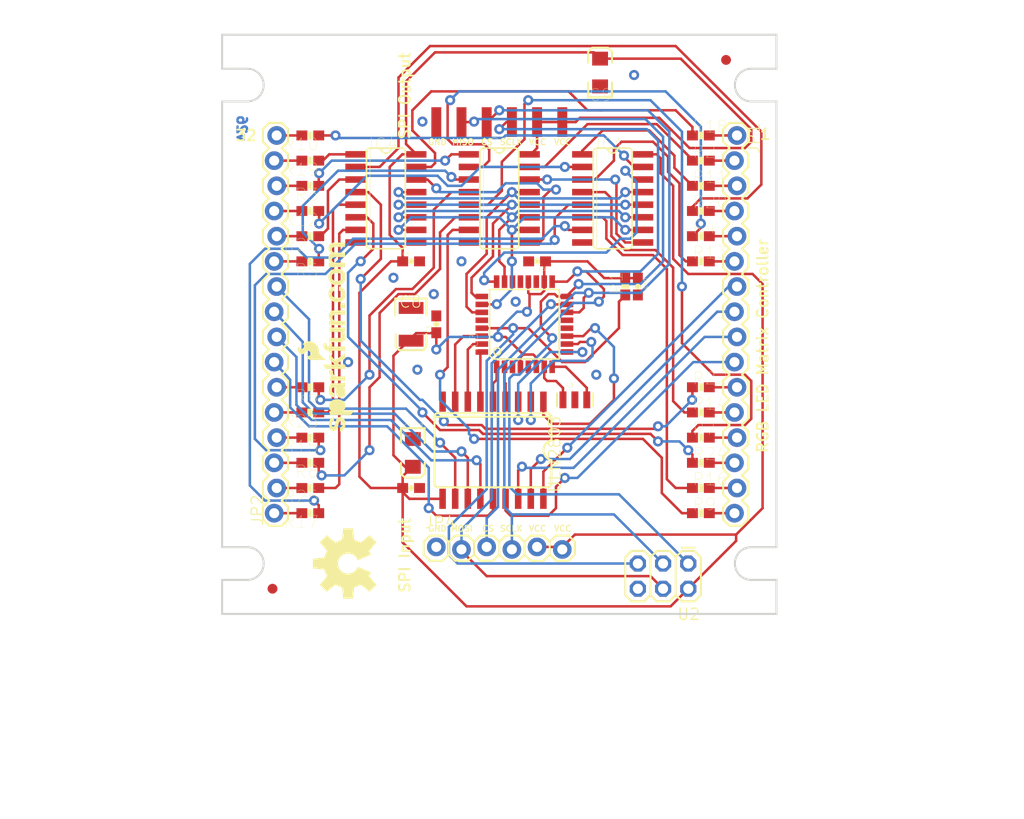
<source format=kicad_pcb>
(kicad_pcb (version 20211014) (generator pcbnew)
  (layers (0 "F.Cu" signal) (31 "B.Cu" signal) (34 "B.Paste" user) (35 "F.Paste" user) (36 "B.SilkS" user "B.Silkscreen") (37 "F.SilkS" user "F.Silkscreen") (38 "B.Mask" user) (39 "F.Mask" user) (44 "Edge.Cuts" user))
  (net 0 "")
  (net 1 "GND")
  (net 2 "VCC")
  (net 3 "RST")
  (net 4 "N$12")
  (net 5 "N$13")
  (net 6 "N$14")
  (net 7 "N$15")
  (net 8 "N$18")
  (net 9 "N$19")
  (net 10 "N$20")
  (net 11 "N$21")
  (net 12 "N$22")
  (net 13 "N$23")
  (net 14 "N$24")
  (net 15 "N$25")
  (net 16 "N$26")
  (net 17 "N$27")
  (net 18 "N$28")
  (net 19 "N$29")
  (net 20 "SR_DATA")
  (net 21 "SR_SCK")
  (net 22 "SR_CLEAR")
  (net 23 "SR_LATCH")
  (net 24 "SR_EN")
  (net 25 "N$32")
  (net 26 "N$33")
  (net 27 "N$34")
  (net 28 "N$35")
  (net 29 "N$36")
  (net 30 "N$37")
  (net 31 "N$38")
  (net 32 "N$39")
  (net 33 "MOSI")
  (net 34 "SCK")
  (net 35 "MISO")
  (net 36 "CS")
  (net 37 "N$11")
  (net 38 "N$16")
  (net 39 "R1")
  (net 40 "R2")
  (net 41 "R3")
  (net 42 "R4")
  (net 43 "R5")
  (net 44 "R6")
  (net 45 "R7")
  (net 46 "R8")
  (net 47 "G1")
  (net 48 "G2")
  (net 49 "G3")
  (net 50 "G4")
  (net 51 "G5")
  (net 52 "G6")
  (net 53 "G7")
  (net 54 "G8")
  (net 55 "B1")
  (net 56 "B2")
  (net 57 "B3")
  (net 58 "B4")
  (net 59 "B5")
  (net 60 "B6")
  (net 61 "B7")
  (net 62 "B8")
  (net 63 "ROW8")
  (net 64 "ROW7")
  (net 65 "ROW6")
  (net 66 "ROW5")
  (net 67 "ROW4")
  (net 68 "ROW3")
  (net 69 "ROW2")
  (net 70 "ROW1")
  (net 71 "ROW_8")
  (net 72 "ROW_7")
  (net 73 "ROW_6")
  (net 74 "ROW_5")
  (net 75 "ROW_4")
  (net 76 "ROW_3")
  (net 77 "ROW_2")
  (net 78 "ROW_1")
  (net 79 "N$1")
  (net 80 "N$2")
  (footprint "boardEagle:0603-RES" (layer "F.Cu") (at 129.4511 91.0342 180)
    (fp_text reference "R3")
    (fp_text value "100")
  )
  (footprint "boardEagle:0603-CAP" (layer "F.Cu") (at 162.4711 101.1942 -90)
    (fp_text reference "C10")
    (fp_text value "0.1uF")
  )
  (footprint "boardEagle:0603-RES" (layer "F.Cu") (at 129.4511 124.0542 180)
    (fp_text reference "R17")
    (fp_text value "100")
  )
  (footprint "boardEagle:EIA3528" (layer "F.Cu") (at 139.6111 105.0042 -90)
    (fp_text reference "C8")
    (fp_text value "47uF")
  )
  (footprint "boardEagle:SFE-NEW-WEBLOGO" (layer "F.Cu") (at 133.8961 115.7992 90)
    (fp_text reference "U$8" hide)
    (fp_text value "" hide)
  )
  (footprint "boardEagle:0603-RES" (layer "F.Cu") (at 129.4511 85.9542 180)
    (fp_text reference "R10")
    (fp_text value "100")
  )
  (footprint "boardEagle:0603-RES" (layer "F.Cu") (at 168.8211 124.0542)
    (fp_text reference "R9")
    (fp_text value "100")
  )
  (footprint "boardEagle:0603-CAP" (layer "F.Cu") (at 139.6111 121.5142 180)
    (fp_text reference "C4")
    (fp_text value "0.1uf")
  )
  (footprint "boardEagle:0603-RES" (layer "F.Cu") (at 168.8211 113.8942)
    (fp_text reference "R14")
    (fp_text value "100")
  )
  (footprint "boardEagle:SO16" (layer "F.Cu") (at 148.5011 92.3042 -90)
    (fp_text reference "IC2")
    (fp_text value "74LS595D")
  )
  (footprint "boardEagle:0603-RES" (layer "F.Cu") (at 168.8211 98.6542)
    (fp_text reference "R13")
    (fp_text value "100")
  )
  (footprint "boardEagle:SO18L" (layer "F.Cu") (at 152.3111 117.7042 180)
    (fp_text reference "ULN2803")
    (fp_text value "")
  )
  (footprint "boardEagle:0603-CAP" (layer "F.Cu") (at 152.3111 98.6542 180)
    (fp_text reference "C5")
    (fp_text value "0.1uF")
  )
  (footprint "boardEagle:0603-RES" (layer "F.Cu") (at 161.2011 101.1942 90)
    (fp_text reference "R1")
    (fp_text value "10k")
  )
  (footprint "boardEagle:OSHW-LOGO-L" (layer "F.Cu") (at 133.2611 129.1342 90)
    (fp_text reference "LOGO1" hide)
    (fp_text value "OSHW-LOGOL" hide)
  )
  (footprint "boardEagle:RESONATOR-SMD" (layer "F.Cu") (at 156.1211 112.6242)
    (fp_text reference "U3")
    (fp_text value "16 MHz")
  )
  (footprint "boardEagle:0603-RES" (layer "F.Cu") (at 168.8211 88.4942)
    (fp_text reference "R2")
    (fp_text value "100")
  )
  (footprint "boardEagle:1X06_LOCK" (layer "F.Cu") (at 142.1511 127.4578)
    (fp_text reference "JP4")
    (fp_text value "")
  )
  (footprint "boardEagle:0603-RES" (layer "F.Cu") (at 168.8211 96.1142)
    (fp_text reference "R4")
    (fp_text value "100")
  )
  (footprint "boardEagle:1X16_LOCK" (layer "F.Cu") (at 125.9361 124.0542 90)
    (fp_text reference "JP2")
    (fp_text value "M16LOCK")
  )
  (footprint "boardEagle:0603-RES" (layer "F.Cu") (at 129.4511 98.6542 180)
    (fp_text reference "R5")
    (fp_text value "100")
  )
  (footprint "boardEagle:0603-RES" (layer "F.Cu") (at 168.8211 93.5742)
    (fp_text reference "R20")
    (fp_text value "100")
  )
  (footprint "boardEagle:EIA3216" (layer "F.Cu") (at 158.6611 79.6042 90)
    (fp_text reference "C9")
    (fp_text value "10uF")
  )
  (footprint "boardEagle:SO16" (layer "F.Cu") (at 159.9311 92.3042 -90)
    (fp_text reference "IC1")
    (fp_text value "74LS595D")
  )
  (footprint "boardEagle:1X16_LOCK" (layer "F.Cu") (at 172.3361 85.9542 -90)
    (fp_text reference "JP1")
    (fp_text value "M16LOCK")
  )
  (footprint "boardEagle:0603-RES" (layer "F.Cu") (at 129.4511 113.8942 180)
    (fp_text reference "R23")
    (fp_text value "100")
  )
  (footprint "boardEagle:0603-CAP" (layer "F.Cu") (at 142.1511 105.0042 90)
    (fp_text reference "C3")
    (fp_text value "0.1uf")
  )
  (footprint "boardEagle:SO16" (layer "F.Cu") (at 137.0711 92.3042 -90)
    (fp_text reference "IC4")
    (fp_text value "74LS595D")
  )
  (footprint "boardEagle:0603-RES" (layer "F.Cu") (at 129.4511 88.4942 180)
    (fp_text reference "R19")
    (fp_text value "100")
  )
  (footprint "boardEagle:0603-RES" (layer "F.Cu") (at 129.4511 118.9742 180)
    (fp_text reference "R8")
    (fp_text value "100")
  )
  (footprint "boardEagle:0603-RES" (layer "F.Cu") (at 129.4511 116.4342 180)
    (fp_text reference "R15")
    (fp_text value "100")
  )
  (footprint "boardEagle:0603-RES" (layer "F.Cu") (at 129.4511 96.1142 180)
    (fp_text reference "R21")
    (fp_text value "100")
  )
  (footprint "boardEagle:CREATIVE_COMMONS" (layer "F.Cu") (at 118.4899 150.7242)
    (fp_text reference "FRAME1" hide)
    (fp_text value "FRAME-LEDGER" hide)
  )
  (footprint "boardEagle:0603-RES" (layer "F.Cu") (at 168.8211 121.5142)
    (fp_text reference "R16")
    (fp_text value "100")
  )
  (footprint "boardEagle:0603-RES" (layer "F.Cu") (at 168.8211 91.0342)
    (fp_text reference "R11")
    (fp_text value "100")
  )
  (footprint "boardEagle:0603-RES" (layer "F.Cu") (at 168.8211 116.4342)
    (fp_text reference "R7")
    (fp_text value "100")
  )
  (footprint "boardEagle:TQFP32-08" (layer "F.Cu") (at 151.0313 104.9946 90)
    (fp_text reference "IC3")
    (fp_text value "AVR-MEGA8-AI")
  )
  (footprint "boardEagle:0603-RES" (layer "F.Cu") (at 129.4511 93.5742 180)
    (fp_text reference "R12")
    (fp_text value "100")
  )
  (footprint "boardEagle:1X06-SMD" (layer "F.Cu") (at 148.5011 79.6042 180)
    (fp_text reference "JP3" hide)
    (fp_text value "" hide)
  )
  (footprint "boardEagle:0603-RES" (layer "F.Cu") (at 168.8211 118.9742)
    (fp_text reference "R24")
    (fp_text value "100")
  )
  (footprint "boardEagle:FIDUCIAL-1X2" (layer "F.Cu") (at 171.3611 78.3342 90)
    (fp_text reference "U$3" hide)
    (fp_text value "FIDUCIAL1X2" hide)
  )
  (footprint "boardEagle:0603-RES" (layer "F.Cu") (at 129.4511 111.3542 180)
    (fp_text reference "R6")
    (fp_text value "100")
  )
  (footprint "boardEagle:0603-RES" (layer "F.Cu") (at 168.8211 111.3542)
    (fp_text reference "R22")
    (fp_text value "100")
  )
  (footprint "boardEagle:2X3" (layer "F.Cu") (at 167.5511 129.1342 180)
    (fp_text reference "U2")
    (fp_text value "AVR_SPI_PRG_6PTH")
  )
  (footprint "boardEagle:EIA3216" (layer "F.Cu") (at 139.7871 117.9722 -90)
    (fp_text reference "C7")
    (fp_text value "10uF")
  )
  (footprint "boardEagle:0603-RES" (layer "F.Cu") (at 168.8211 85.9542)
    (fp_text reference "R18")
    (fp_text value "100")
  )
  (footprint "boardEagle:REVISION" (layer "F.Cu") (at 129.4511 154.5342)
    (fp_text reference "U$2" hide)
    (fp_text value "REVISION" hide)
  )
  (footprint "boardEagle:FIDUCIAL-1X2" (layer "F.Cu") (at 125.6411 131.6742 90)
    (fp_text reference "U$1" hide)
    (fp_text value "FIDUCIAL1X2" hide)
  )
  (footprint "boardEagle:0603-RES" (layer "F.Cu") (at 129.4511 121.5142 180)
    (fp_text reference "R25")
    (fp_text value "100")
  )
  (footprint "boardEagle:0603-CAP" (layer "F.Cu") (at 139.6111 98.6542)
    (fp_text reference "C6")
    (fp_text value "0.1uF")
  )
  (gr_line (start 120.5611 130.7852) (end 120.5611 134.2142) (layer "Edge.Cuts") (width 0.2032))
  (gr_line (start 123.1011 82.5252) (end 120.5611 82.5252) (layer "Edge.Cuts") (width 0.2032))
  (gr_line (start 176.4411 134.2142) (end 120.5611 134.2142) (layer "Edge.Cuts") (width 0.2032))
  (gr_line (start 123.1011 79.2232) (end 120.5611 79.2232) (layer "Edge.Cuts") (width 0.2032))
  (gr_line (start 176.4411 75.793) (end 120.5611 75.793) (layer "Edge.Cuts") (width 0.2032))
  (gr_line (start 123.1011 130.7852) (end 120.5611 130.7852) (layer "Edge.Cuts") (width 0.2032))
  (gr_line (start 120.5611 75.793) (end 120.5611 79.2232) (layer "Edge.Cuts") (width 0.2032))
  (gr_line (start 173.9011 127.4832) (end 176.4411 127.4832) (layer "Edge.Cuts") (width 0.2032))
  (gr_line (start 176.4411 127.4832) (end 176.4411 82.5252) (layer "Edge.Cuts") (width 0.2032))
  (gr_line (start 120.5611 82.5252) (end 120.5611 127.4832) (layer "Edge.Cuts") (width 0.2032))
  (gr_line (start 176.4411 79.2232) (end 176.4411 75.793) (layer "Edge.Cuts") (width 0.2032))
  (gr_line (start 173.9011 79.2232) (end 176.4411 79.2232) (layer "Edge.Cuts") (width 0.2032))
  (gr_arc (start 173.9011 82.5252) (mid 172.2501 80.8742) (end 173.9011 79.2232) (layer "Edge.Cuts") (width 0.2032))
  (gr_line (start 173.9011 82.5252) (end 176.4411 82.5252) (layer "Edge.Cuts") (width 0.2032))
  (gr_line (start 123.1011 127.4832) (end 120.5611 127.4832) (layer "Edge.Cuts") (width 0.2032))
  (gr_arc (start 123.1011 79.2232) (mid 124.7521 80.8742) (end 123.1011 82.5252) (layer "Edge.Cuts") (width 0.2032))
  (gr_line (start 173.9011 130.7852) (end 176.4411 130.7852) (layer "Edge.Cuts") (width 0.2032))
  (gr_arc (start 123.1011 127.4832) (mid 124.7521 129.1342) (end 123.1011 130.7852) (layer "Edge.Cuts") (width 0.2032))
  (gr_arc (start 173.9011 130.7852) (mid 172.2501 129.1342) (end 173.9011 127.4832) (layer "Edge.Cuts") (width 0.2032))
  (gr_line (start 176.4411 134.2142) (end 176.4411 130.7852) (layer "Edge.Cuts") (width 0.2032))
  (gr_text "v26" (at 123.1011 83.7952 -90) (layer "B.Cu") (effects (font (size 0.9525 0.9525) (thickness 0.3175)) (justify right top mirror)))
  (gr_text "MISO" (at 143.6751 86.9702) (layer "F.SilkS") (effects (font (size 0.60452 0.60452) (thickness 0.10668)) (justify left bottom)))
  (gr_text "SPI Input" (at 139.6111 132.1822 90) (layer "F.SilkS") (effects (font (size 1.0795 1.0795) (thickness 0.1905)) (justify left bottom)))
  (gr_text "CS" (at 146.5961 86.9702) (layer "F.SilkS") (effects (font (size 0.60452 0.60452) (thickness 0.10668)) (justify left bottom)))
  (gr_text "GND" (at 141.2621 125.9592) (layer "F.SilkS") (effects (font (size 0.60452 0.60452) (thickness 0.10668)) (justify left bottom)))
  (gr_text "32" (at 121.8311 86.5892) (layer "F.SilkS") (effects (font (size 1.0795 1.0795) (thickness 0.1905)) (justify left bottom)))
  (gr_text "1" (at 174.6631 86.4622) (layer "F.SilkS") (effects (font (size 1.0795 1.0795) (thickness 0.1905)) (justify left bottom)))
  (gr_text "VCC" (at 153.9621 86.9702) (layer "F.SilkS") (effects (font (size 0.60452 0.60452) (thickness 0.10668)) (justify left bottom)))
  (gr_text "VCC" (at 153.9621 125.9592) (layer "F.SilkS") (effects (font (size 0.60452 0.60452) (thickness 0.10668)) (justify left bottom)))
  (gr_text "RGB LED Matrix Controller" (at 175.6791 118.0852 90) (layer "F.SilkS") (effects (font (size 1.0795 1.0795) (thickness 0.1905)) (justify left bottom)))
  (gr_text "GND" (at 141.2621 86.9702) (layer "F.SilkS") (effects (font (size 0.60452 0.60452) (thickness 0.10668)) (justify left bottom)))
  (gr_text "SCLK" (at 148.5011 125.9592) (layer "F.SilkS") (effects (font (size 0.60452 0.60452) (thickness 0.10668)) (justify left bottom)))
  (gr_text "SCLK" (at 148.5011 86.9702) (layer "F.SilkS") (effects (font (size 0.60452 0.60452) (thickness 0.10668)) (justify left bottom)))
  (gr_text "CS" (at 146.7231 125.9592) (layer "F.SilkS") (effects (font (size 0.60452 0.60452) (thickness 0.10668)) (justify left bottom)))
  (gr_text "VCC" (at 151.4221 86.9702) (layer "F.SilkS") (effects (font (size 0.60452 0.60452) (thickness 0.10668)) (justify left bottom)))
  (gr_text "SPI Output" (at 139.6111 86.4622 90) (layer "F.SilkS") (effects (font (size 1.0795 1.0795) (thickness 0.1905)) (justify left bottom)))
  (gr_text "VCC" (at 151.4221 125.9592) (layer "F.SilkS") (effects (font (size 0.60452 0.60452) (thickness 0.10668)) (justify left bottom)))
  (gr_text "MOSI" (at 143.5481 125.9592) (layer "F.SilkS") (effects (font (size 0.60452 0.60452) (thickness 0.10668)) (justify left bottom)))
  (via (at 140.7541 84.5572) (size 1.016) (drill 0.508) (layers "F.Cu" "B.Cu") (net 1))
  (via (at 158.2801 110.0842) (size 1.016) (drill 0.508) (layers "F.Cu" "B.Cu") (net 1))
  (via (at 162.0901 79.8582) (size 1.016) (drill 0.508) (layers "F.Cu" "B.Cu") (net 1))
  (via (at 137.8331 100.3052) (size 1.016) (drill 0.508) (layers "F.Cu" "B.Cu") (net 1))
  (via (at 140.2461 109.5762) (size 1.016) (drill 0.508) (layers "F.Cu" "B.Cu") (net 1))
  (via (at 141.8971 101.9562) (size 1.016) (drill 0.508) (layers "F.Cu" "B.Cu") (net 1))
  (via (at 133.2611 108.8142) (size 1.016) (drill 0.508) (layers "F.Cu" "B.Cu") (net 1))
  (via (at 144.6911 98.6542) (size 1.016) (drill 0.508) (layers "F.Cu" "B.Cu") (net 1))
  (via (at 150.1521 102.7182) (size 1.016) (drill 0.508) (layers "F.Cu" "B.Cu") (net 1))
  (segment (start 137.8331 118.2122) (end 137.8331 108.1792) (width 0.254) (layer "F.Cu") (net 2))
  (segment (start 161.2011 100.3442) (end 161.2401 100.3442) (width 0.254) (layer "F.Cu") (net 2))
  (segment (start 138.9931 119.3722) (end 137.8331 118.2122) (width 0.254) (layer "F.Cu") (net 2))
  (segment (start 138.7611 121.9342) (end 138.7611 121.5142) (width 0.254) (layer "F.Cu") (net 2))
  (segment (start 142.1511 105.8932) (end 142.1511 107.5442) (width 0.254) (layer "F.Cu") (net 2))
  (segment (start 151.6761 87.8592) (end 151.5745 87.8592) (width 0.254) (layer "F.Cu") (net 2))
  (segment (start 164.7571 89.7642) (end 164.7571 88.2402) (width 0.254) (layer "F.Cu") (net 2))
  (segment (start 161.3281 100.4322) (end 161.4161 100.3442) (width 0.254) (layer "F.Cu") (net 2))
  (segment (start 151.5491 101.9562) (end 151.4221 101.8292) (width 0.254) (layer "F.Cu") (net 2))
  (segment (start 150.9141 108.0522) (end 150.6313 108.335) (width 0.254) (layer "F.Cu") (net 2))
  (segment (start 154.5971 84.6842) (end 154.5171 84.6042) (width 0.254) (layer "F.Cu") (net 2))
  (segment (start 173.9011 86.5892) (end 173.2661 87.2242) (width 0.254) (layer "F.Cu") (net 2))
  (segment (start 152.6921 101.9562) (end 153.0313 101.617) (width 0.254) (layer "F.Cu") (net 2))
  (segment (start 153.1611 98.6542) (end 157.3911 98.6542) (width 0.254) (layer "F.Cu") (net 2))
  (segment (start 173.2661 87.2242) (end 167.6781 87.2242) (width 0.254) (layer "F.Cu") (net 2))
  (segment (start 137.5791 98.6542) (end 138.7611 98.6542) (width 0.254) (layer "F.Cu") (net 2))
  (segment (start 167.5511 131.6742) (end 172.3771 126.8482) (width 0.254) (layer "F.Cu") (net 2))
  (segment (start 172.3771 126.2132) (end 156.1211 126.2132) (width 0.254) (layer "F.Cu") (net 2))
  (segment (start 158.0261 77.5722) (end 158.6611 78.2072) (width 0.254) (layer "F.Cu") (net 2))
  (segment (start 152.2313 108.3534) (end 152.2313 109.2872) (width 0.254) (layer "F.Cu") (net 2))
  (segment (start 172.3771 126.8482) (end 172.3771 126.2132) (width 0.254) (layer "F.Cu") (net 2))
  (segment (start 138.7611 120.3322) (end 139.7211 119.3722) (width 0.254) (layer "F.Cu") (net 2))
  (segment (start 156.6291 84.1762) (end 156.2011 84.6042) (width 0.254) (layer "F.Cu") (net 2))
  (segment (start 167.5511 99.9242) (end 166.0271 98.4002) (width 0.254) (layer "F.Cu") (net 2))
  (segment (start 173.9011 85.3192) (end 173.9011 86.5892) (width 0.254) (layer "F.Cu") (net 2))
  (segment (start 159.2931 78.2042) (end 159.2961 78.2072) (width 0.254) (layer "F.Cu") (net 2))
  (segment (start 135.5471 121.5142) (end 134.4041 120.3712) (width 0.254) (layer "F.Cu") (net 2))
  (segment (start 161.2401 100.3442) (end 161.3281 100.4322) (width 0.254) (layer "F.Cu") (net 2))
  (segment (start 154.8765 127.4578) (end 154.8511 127.7118) (width 0.254) (layer "F.Cu") (net 2))
  (segment (start 151.4221 101.0672) (end 151.4313 101.058) (width 0.254) (layer "F.Cu") (net 2))
  (segment (start 139.1031 86.8178) (end 139.1031 80.4932) (width 0.254) (layer "F.Cu") (net 2))
  (segment (start 139.7211 119.3722) (end 139.7871 119.3722) (width 0.254) (layer "F.Cu") (net 2))
  (segment (start 134.4041 120.3712) (end 134.4041 101.8292) (width 0.254) (layer "F.Cu") (net 2))
  (segment (start 148.3741 106.2742) (end 149.1361 106.2742) (width 0.254) (layer "F.Cu") (net 2))
  (segment (start 153.0313 98.823) (end 153.2001 98.6542) (width 0.254) (layer "F.Cu") (net 2))
  (segment (start 145.1991 133.4522) (end 165.7731 133.4522) (width 0.254) (layer "F.Cu") (net 2))
  (segment (start 139.7871 119.3722) (end 138.9931 119.3722) (width 0.254) (layer "F.Cu") (net 2))
  (segment (start 150.6313 108.335) (end 150.6313 109.2872) (width 0.254) (layer "F.Cu") (net 2))
  (segment (start 139.6081 106.4042) (end 140.1191 105.8932) (width 0.254) (layer "F.Cu") (net 2))
  (segment (start 137.4521 95.9872) (end 137.4521 89.1292) (width 0.254) (layer "F.Cu") (net 2))
  (segment (start 172.3771 126.2132) (end 175.0441 123.5462) (width 0.254) (layer "F.Cu") (net 2))
  (segment (start 151.4313 101.058) (end 151.4313 100.702) (width 0.254) (layer "F.Cu") (net 2))
  (segment (start 162.3441 100.4322) (end 162.2561 100.3442) (width 0.254) (layer "F.Cu") (net 2))
  (segment (start 154.8511 127.4832) (end 154.8257 127.4578) (width 0.254) (layer "F.Cu") (net 2))
  (segment (start 153.0313 101.617) (end 153.0313 100.702) (width 0.254) (layer "F.Cu") (net 2))
  (segment (start 137.4521 89.1292) (end 138.7221 87.8592) (width 0.254) (layer "F.Cu") (net 2))
  (segment (start 137.8331 108.1792) (end 139.6081 106.4042) (width 0.254) (layer "F.Cu") (net 2))
  (segment (start 153.0313 100.702) (end 153.0313 98.823) (width 0.254) (layer "F.Cu") (net 2))
  (segment (start 151.9301 108.0522) (end 152.2313 108.3534) (width 0.254) (layer "F.Cu") (net 2))
  (segment (start 138.7611 121.5142) (end 138.7611 120.3322) (width 0.254) (layer "F.Cu") (net 2))
  (segment (start 149.1361 106.2742) (end 150.9141 108.0522) (width 0.254) (layer "F.Cu") (net 2))
  (segment (start 138.7611 121.9342) (end 139.4333 122.6064) (width 0.254) (layer "F.Cu") (net 2))
  (segment (start 142.1511 105.8932) (end 142.1511 105.8542) (width 0.254) (layer "F.Cu") (net 2))
  (segment (start 138.7611 98.6542) (end 138.7611 97.2962) (width 0.254) (layer "F.Cu") (net 2))
  (segment (start 154.8257 127.4578) (end 152.3111 127.4578) (width 0.254) (layer "F.Cu") (net 2))
  (segment (start 151.2951 103.7342) (end 151.5491 103.4802) (width 0.254) (layer "F.Cu") (net 2))
  (segment (start 156.2011 84.6042) (end 154.8511 84.6042) (width 0.254) (layer "F.Cu") (net 2))
  (segment (start 159.2961 78.2072) (end 166.7891 78.2072) (width 0.254) (layer "F.Cu") (net 2))
  (segment (start 151.5491 103.4802) (end 151.5491 101.9562) (width 0.254) (layer "F.Cu") (net 2))
  (segment (start 140.1445 87.8592) (end 139.1031 86.8178) (width 0.254) (layer "F.Cu") (net 2))
  (segment (start 145.1991 133.4522) (end 138.7611 127.0142) (width 0.254) (layer "F.Cu") (net 2))
  (segment (start 175.0441 100.9402) (end 174.0281 99.9242) (width 0.254) (layer "F.Cu") (net 2))
  (segment (start 162.4711 100.3442) (end 162.4321 100.3442) (width 0.254) (layer "F.Cu") (net 2))
  (segment (start 166.7891 78.2072) (end 173.9011 85.3192) (width 0.254) (layer "F.Cu") (net 2))
  (segment (start 154.5171 84.6042) (end 152.3111 84.6042) (width 0.254) (layer "F.Cu") (net 2))
  (segment (start 140.1191 105.8932) (end 142.1511 105.8932) (width 0.254) (layer "F.Cu") (net 2))
  (segment (start 158.6611 78.2072) (end 158.6611 78.2042) (width 0.254) (layer "F.Cu") (net 2))
  (segment (start 167.6781 87.2242) (end 164.6301 84.1762) (width 0.254) (layer "F.Cu") (net 2))
  (segment (start 139.6081 106.4042) (end 139.6111 106.6542) (width 0.254) (layer "F.Cu") (net 2))
  (segment (start 158.6611 78.2042) (end 159.2931 78.2042) (width 0.254) (layer "F.Cu") (net 2))
  (segment (start 138.7611 97.2962) (end 137.4521 95.9872) (width 0.254) (layer "F.Cu") (net 2))
  (segment (start 151.5491 101.9562) (end 152.6921 101.9562) (width 0.254) (layer "F.Cu") (net 2))
  (segment (start 142.0241 77.5722) (end 158.0261 77.5722) (width 0.254) (layer "F.Cu") (net 2))
  (segment (start 134.4041 101.8292) (end 137.5791 98.6542) (width 0.254) (layer "F.Cu") (net 2))
  (segment (start 166.0271 91.0342) (end 164.7571 89.7642) (width 0.254) (layer "F.Cu") (net 2))
  (segment (start 162.4321 100.3442) (end 162.3441 100.4322) (width 0.254) (layer "F.Cu") (net 2))
  (segment (start 165.7731 133.4522) (end 167.5511 131.6742) (width 0.254) (layer "F.Cu") (net 2))
  (segment (start 154.8511 84.6042) (end 154.6771 84.6042) (width 0.254) (layer "F.Cu") (net 2))
  (segment (start 174.0281 99.9242) (end 167.5511 99.9242) (width 0.254) (layer "F.Cu") (net 2))
  (segment (start 156.1211 126.2132) (end 154.8765 127.4578) (width 0.254) (layer "F.Cu") (net 2))
  (segment (start 154.6771 84.6042) (end 154.5971 84.6842) (width 0.254) (layer "F.Cu") (net 2))
  (segment (start 159.0811 100.3442) (end 161.2011 100.3442) (width 0.254) (layer "F.Cu") (net 2))
  (segment (start 139.4333 122.6064) (end 142.7861 122.6064) (width 0.254) (layer "F.Cu") (net 2))
  (segment (start 164.7571 88.2402) (end 164.3761 87.8592) (width 0.254) (layer "F.Cu") (net 2))
  (segment (start 161.4161 100.3442) (end 162.4711 100.3442) (width 0.254) (layer "F.Cu") (net 2))
  (segment (start 164.6301 84.1762) (end 156.6291 84.1762) (width 0.254) (layer "F.Cu") (net 2))
  (segment (start 154.8511 127.7118) (end 154.8511 127.4832) (width 0.254) (layer "F.Cu") (net 2))
  (segment (start 139.1031 80.4932) (end 142.0241 77.5722) (width 0.254) (layer "F.Cu") (net 2))
  (segment (start 138.7221 87.8592) (end 140.1445 87.8592) (width 0.254) (layer "F.Cu") (net 2))
  (segment (start 153.2001 98.6542) (end 153.1611 98.6542) (width 0.254) (layer "F.Cu") (net 2))
  (segment (start 150.9141 108.0522) (end 151.9301 108.0522) (width 0.254) (layer "F.Cu") (net 2))
  (segment (start 157.3911 98.6542) (end 159.0811 100.3442) (width 0.254) (layer "F.Cu") (net 2))
  (segment (start 152.3111 84.6042) (end 152.3111 87.2242) (width 0.254) (layer "F.Cu") (net 2))
  (segment (start 175.0441 123.5462) (end 175.0441 100.9402) (width 0.254) (layer "F.Cu") (net 2))
  (segment (start 138.7611 121.5142) (end 135.5471 121.5142) (width 0.254) (layer "F.Cu") (net 2))
  (segment (start 164.3761 87.8592) (end 163.0045 87.8592) (width 0.254) (layer "F.Cu") (net 2))
  (segment (start 138.7611 127.0142) (end 138.7611 121.9342) (width 0.254) (layer "F.Cu") (net 2))
  (segment (start 151.4221 101.8292) (end 151.4221 101.0672) (width 0.254) (layer "F.Cu") (net 2))
  (segment (start 166.0271 98.4002) (end 166.0271 91.0342) (width 0.254) (layer "F.Cu") (net 2))
  (segment (start 152.3111 87.2242) (end 151.6761 87.8592) (width 0.254) (layer "F.Cu") (net 2))
  (via (at 151.2951 103.7342) (size 1.016) (drill 0.508) (layers "F.Cu" "B.Cu") (net 2))
  (via (at 148.3741 106.2742) (size 1.016) (drill 0.508) (layers "F.Cu" "B.Cu") (net 2))
  (via (at 142.1511 107.5442) (size 1.016) (drill 0.508) (layers "F.Cu" "B.Cu") (net 2))
  (segment (start 143.4211 106.2742) (end 148.3741 106.2742) (width 0.254) (layer "B.Cu") (net 2))
  (segment (start 148.3741 106.2742) (end 148.3741 105.6392) (width 0.254) (layer "B.Cu") (net 2))
  (segment (start 148.3741 105.6392) (end 150.2791 103.7342) (width 0.254) (layer "B.Cu") (net 2))
  (segment (start 150.2791 103.7342) (end 151.2951 103.7342) (width 0.254) (layer "B.Cu") (net 2))
  (segment (start 142.1511 107.5442) (end 143.4211 106.2742) (width 0.254) (layer "B.Cu") (net 2))
  (segment (start 160.5661 105.3852) (end 160.5661 102.7182) (width 0.254) (layer "F.Cu") (net 3))
  (segment (start 149.8981 105.3852) (end 149.8887 105.3946) (width 0.254) (layer "F.Cu") (net 3))
  (segment (start 154.8511 108.8142) (end 157.1371 108.8142) (width 0.254) (layer "F.Cu") (net 3))
  (segment (start 151.4315 105.3946) (end 154.8511 108.8142) (width 0.254) (layer "F.Cu") (net 3))
  (segment (start 149.9075 105.3946) (end 151.4315 105.3946) (width 0.254) (layer "F.Cu") (net 3))
  (segment (start 149.8887 105.3946) (end 146.7387 105.3946) (width 0.254) (layer "F.Cu") (net 3))
  (segment (start 160.5661 102.7182) (end 161.2011 102.0832) (width 0.254) (layer "F.Cu") (net 3))
  (segment (start 149.8981 105.3852) (end 149.9075 105.3946) (width 0.254) (layer "F.Cu") (net 3))
  (segment (start 161.2011 102.0832) (end 161.2011 102.0442) (width 0.254) (layer "F.Cu") (net 3))
  (segment (start 157.1371 108.8142) (end 160.5661 105.3852) (width 0.254) (layer "F.Cu") (net 3))
  (via (at 149.8981 105.3852) (size 1.016) (drill 0.508) (layers "F.Cu" "B.Cu") (net 3))
  (segment (start 149.8981 106.0202) (end 149.8981 105.3852) (width 0.254) (layer "B.Cu") (net 3))
  (segment (start 143.4211 128.2452) (end 144.3101 129.1342) (width 0.254) (layer "B.Cu") (net 3))
  (segment (start 144.3101 129.1342) (end 162.4711 129.1342) (width 0.254) (layer "B.Cu") (net 3))
  (segment (start 143.4211 125.4512) (end 147.2311 121.6412) (width 0.254) (layer "B.Cu") (net 3))
  (segment (start 147.2311 108.6872) (end 149.8981 106.0202) (width 0.254) (layer "B.Cu") (net 3))
  (segment (start 143.4211 128.2452) (end 143.4211 125.4512) (width 0.254) (layer "B.Cu") (net 3))
  (segment (start 147.2311 121.6412) (end 147.2311 108.6872) (width 0.254) (layer "B.Cu") (net 3))
  (segment (start 161.0741 88.1132) (end 162.0901 89.1292) (width 0.254) (layer "F.Cu") (net 4))
  (segment (start 161.0741 87.9862) (end 161.0741 88.1132) (width 0.254) (layer "F.Cu") (net 4))
  (segment (start 162.0901 89.1292) (end 163.0045 89.1292) (width 0.254) (layer "F.Cu") (net 4))
  (segment (start 130.3011 85.9542) (end 131.9911 85.9542) (width 0.254) (layer "F.Cu") (net 4))
  (via (at 161.0741 87.9862) (size 1.016) (drill 0.508) (layers "F.Cu" "B.Cu") (net 4))
  (via (at 131.9911 85.9542) (size 1.016) (drill 0.508) (layers "F.Cu" "B.Cu") (net 4))
  (segment (start 131.9911 85.9542) (end 132.2451 86.2082) (width 0.254) (layer "B.Cu") (net 4))
  (segment (start 149.1361 85.9542) (end 159.0421 85.9542) (width 0.254) (layer "B.Cu") (net 4))
  (segment (start 132.2451 86.2082) (end 148.8821 86.2082) (width 0.254) (layer "B.Cu") (net 4))
  (segment (start 159.0421 85.9542) (end 161.0741 87.9862) (width 0.254) (layer "B.Cu") (net 4))
  (segment (start 148.8821 86.2082) (end 149.1361 85.9542) (width 0.254) (layer "B.Cu") (net 4))
  (segment (start 156.8577 87.5036) (end 158.9151 85.4462) (width 0.254) (layer "F.Cu") (net 5))
  (segment (start 158.9151 85.4462) (end 163.6141 85.4462) (width 0.254) (layer "F.Cu") (net 5))
  (segment (start 166.1541 87.9862) (end 166.1541 89.2172) (width 0.254) (layer "F.Cu") (net 5))
  (segment (start 166.1541 89.2172) (end 167.9711 91.0342) (width 0.254) (layer "F.Cu") (net 5))
  (segment (start 156.8577 87.8592) (end 156.8577 87.5036) (width 0.254) (layer "F.Cu") (net 5))
  (segment (start 163.6141 85.4462) (end 166.1541 87.9862) (width 0.254) (layer "F.Cu") (net 5))
  (segment (start 130.3401 94.8442) (end 130.3401 93.6132) (width 0.254) (layer "F.Cu") (net 6))
  (segment (start 130.3401 93.6132) (end 130.3011 93.5742) (width 0.254) (layer "F.Cu") (net 6))
  (segment (start 155.1051 89.1292) (end 156.8577 89.1292) (width 0.254) (layer "F.Cu") (net 6))
  (via (at 155.1051 89.1292) (size 1.016) (drill 0.508) (layers "F.Cu" "B.Cu") (net 6))
  (via (at 130.3401 94.8442) (size 1.016) (drill 0.508) (layers "F.Cu" "B.Cu") (net 6))
  (segment (start 143.2941 91.0342) (end 144.6911 91.0342) (width 0.254) (layer "B.Cu") (net 6))
  (segment (start 130.3401 94.8442) (end 135.1661 90.0182) (width 0.254) (layer "B.Cu") (net 6))
  (segment (start 135.1661 90.0182) (end 142.2781 90.0182) (width 0.254) (layer "B.Cu") (net 6))
  (segment (start 146.5961 89.1292) (end 155.1051 89.1292) (width 0.254) (layer "B.Cu") (net 6))
  (segment (start 142.2781 90.0182) (end 143.2941 91.0342) (width 0.254) (layer "B.Cu") (net 6))
  (segment (start 144.6911 91.0342) (end 146.5961 89.1292) (width 0.254) (layer "B.Cu") (net 6))
  (segment (start 165.5191 89.6372) (end 166.6621 90.7802) (width 0.254) (layer "F.Cu") (net 7))
  (segment (start 165.5191 88.1132) (end 165.5191 89.6372) (width 0.254) (layer "F.Cu") (net 7))
  (segment (start 166.6621 98.0192) (end 167.2971 98.6542) (width 0.254) (layer "F.Cu") (net 7))
  (segment (start 160.0581 88.4942) (end 160.0581 87.3512) (width 0.254) (layer "F.Cu") (net 7))
  (segment (start 160.0581 87.3512) (end 160.8201 86.5892) (width 0.254) (layer "F.Cu") (net 7))
  (segment (start 163.9951 86.5892) (end 165.5191 88.1132) (width 0.254) (layer "F.Cu") (net 7))
  (segment (start 156.8577 90.3992) (end 158.1531 90.3992) (width 0.254) (layer "F.Cu") (net 7))
  (segment (start 158.1531 90.3992) (end 160.0581 88.4942) (width 0.254) (layer "F.Cu") (net 7))
  (segment (start 167.2971 98.6542) (end 167.9711 98.6542) (width 0.254) (layer "F.Cu") (net 7))
  (segment (start 160.8201 86.5892) (end 163.9951 86.5892) (width 0.254) (layer "F.Cu") (net 7))
  (segment (start 166.6621 90.7802) (end 166.6621 98.0192) (width 0.254) (layer "F.Cu") (net 7))
  (segment (start 166.0271 112.7512) (end 167.1701 113.8942) (width 0.254) (layer "F.Cu") (net 8))
  (segment (start 159.8041 96.1142) (end 159.8041 92.3042) (width 0.254) (layer "F.Cu") (net 8))
  (segment (start 166.0271 112.7512) (end 166.0271 99.2892) (width 0.254) (layer "F.Cu") (net 8))
  (segment (start 161.2011 97.5112) (end 159.8041 96.1142) (width 0.254) (layer "F.Cu") (net 8))
  (segment (start 159.1691 91.6692) (end 156.8577 91.6692) (width 0.254) (layer "F.Cu") (net 8))
  (segment (start 166.0271 99.2892) (end 164.2491 97.5112) (width 0.254) (layer "F.Cu") (net 8))
  (segment (start 159.8041 92.3042) (end 159.1691 91.6692) (width 0.254) (layer "F.Cu") (net 8))
  (segment (start 167.1701 113.8942) (end 167.9711 113.8942) (width 0.254) (layer "F.Cu") (net 8))
  (segment (start 164.2491 97.5112) (end 161.2011 97.5112) (width 0.254) (layer "F.Cu") (net 8))
  (segment (start 155.4861 92.9392) (end 156.8577 92.9392) (width 0.254) (layer "F.Cu") (net 9))
  (segment (start 130.4671 117.7042) (end 130.3011 117.5382) (width 0.254) (layer "F.Cu") (net 9))
  (segment (start 154.0891 96.4952) (end 154.0891 94.3362) (width 0.254) (layer "F.Cu") (net 9))
  (segment (start 154.0891 94.3362) (end 155.4861 92.9392) (width 0.254) (layer "F.Cu") (net 9))
  (segment (start 130.3011 117.5382) (end 130.3011 116.4342) (width 0.254) (layer "F.Cu") (net 9))
  (via (at 154.0891 96.4952) (size 1.016) (drill 0.508) (layers "F.Cu" "B.Cu") (net 9))
  (via (at 130.4671 117.7042) (size 1.016) (drill 0.508) (layers "F.Cu" "B.Cu") (net 9))
  (segment (start 130.9751 99.9242) (end 134.0231 96.8762) (width 0.254) (layer "B.Cu") (net 9))
  (segment (start 125.0061 117.7042) (end 123.8631 116.5612) (width 0.254) (layer "B.Cu") (net 9))
  (segment (start 123.8631 116.5612) (end 123.8631 101.0672) (width 0.254) (layer "B.Cu") (net 9))
  (segment (start 153.7081 96.8762) (end 154.0891 96.4952) (width 0.254) (layer "B.Cu") (net 9))
  (segment (start 125.0061 117.7042) (end 130.4671 117.7042) (width 0.254) (layer "B.Cu") (net 9))
  (segment (start 134.0231 96.8762) (end 153.7081 96.8762) (width 0.254) (layer "B.Cu") (net 9))
  (segment (start 125.0061 99.9242) (end 130.9751 99.9242) (width 0.254) (layer "B.Cu") (net 9))
  (segment (start 123.8631 101.0672) (end 125.0061 99.9242) (width 0.254) (layer "B.Cu") (net 9))
  (segment (start 165.3921 120.6252) (end 165.3921 99.4162) (width 0.254) (layer "F.Cu") (net 10))
  (segment (start 163.9951 98.0192) (end 160.9471 98.0192) (width 0.254) (layer "F.Cu") (net 10))
  (segment (start 160.9471 98.0192) (end 159.2961 96.3682) (width 0.254) (layer "F.Cu") (net 10))
  (segment (start 165.3921 120.6252) (end 166.2811 121.5142) (width 0.254) (layer "F.Cu") (net 10))
  (segment (start 166.2811 121.5142) (end 167.9711 121.5142) (width 0.254) (layer "F.Cu") (net 10))
  (segment (start 165.3921 99.4162) (end 163.9951 98.0192) (width 0.254) (layer "F.Cu") (net 10))
  (segment (start 158.9151 94.2092) (end 156.8577 94.2092) (width 0.254) (layer "F.Cu") (net 10))
  (segment (start 159.2961 96.3682) (end 159.2961 94.5902) (width 0.254) (layer "F.Cu") (net 10))
  (segment (start 159.2961 94.5902) (end 158.9151 94.2092) (width 0.254) (layer "F.Cu") (net 10))
  (segment (start 155.1051 95.0982) (end 155.4861 95.4792) (width 0.254) (layer "F.Cu") (net 11))
  (segment (start 130.3011 123.2532) (end 130.3011 124.0542) (width 0.254) (layer "F.Cu") (net 11))
  (segment (start 155.4861 95.4792) (end 156.8577 95.4792) (width 0.254) (layer "F.Cu") (net 11))
  (segment (start 129.8321 122.7842) (end 130.3011 123.2532) (width 0.254) (layer "F.Cu") (net 11))
  (via (at 129.8321 122.7842) (size 1.016) (drill 0.508) (layers "F.Cu" "B.Cu") (net 11))
  (via (at 155.1051 95.0982) (size 1.016) (drill 0.508) (layers "F.Cu" "B.Cu") (net 11))
  (segment (start 124.8791 122.7842) (end 123.3551 121.2602) (width 0.254) (layer "B.Cu") (net 11))
  (segment (start 152.8191 96.3682) (end 154.0891 95.0982) (width 0.254) (layer "B.Cu") (net 11))
  (segment (start 133.7691 96.3682) (end 152.8191 96.3682) (width 0.254) (layer "B.Cu") (net 11))
  (segment (start 124.8791 122.7842) (end 129.8321 122.7842) (width 0.254) (layer "B.Cu") (net 11))
  (segment (start 131.8641 98.2732) (end 133.7691 96.3682) (width 0.254) (layer "B.Cu") (net 11))
  (segment (start 123.3551 121.2602) (end 123.3551 98.9082) (width 0.254) (layer "B.Cu") (net 11))
  (segment (start 131.8641 98.2732) (end 129.0701 98.2732) (width 0.254) (layer "B.Cu") (net 11))
  (segment (start 129.0701 98.2732) (end 128.1811 97.3842) (width 0.254) (layer "B.Cu") (net 11))
  (segment (start 123.3551 98.9082) (end 124.8791 97.3842) (width 0.254) (layer "B.Cu") (net 11))
  (segment (start 154.0891 95.0982) (end 155.1051 95.0982) (width 0.254) (layer "B.Cu") (net 11))
  (segment (start 128.1811 97.3842) (end 124.8791 97.3842) (width 0.254) (layer "B.Cu") (net 11))
  (segment (start 151.5745 89.1292) (end 153.0731 89.1292) (width 0.254) (layer "F.Cu") (net 12))
  (segment (start 157.3911 84.8112) (end 164.3761 84.8112) (width 0.254) (layer "F.Cu") (net 12))
  (segment (start 164.3761 84.8112) (end 167.9711 88.4062) (width 0.254) (layer "F.Cu") (net 12))
  (segment (start 153.0731 89.1292) (end 157.3911 84.8112) (width 0.254) (layer "F.Cu") (net 12))
  (segment (start 167.9711 88.4062) (end 167.9711 88.4942) (width 0.254) (layer "F.Cu") (net 12))
  (segment (start 143.0401 88.4942) (end 143.6751 87.8592) (width 0.254) (layer "F.Cu") (net 13))
  (segment (start 130.3011 89.8032) (end 130.3401 89.7642) (width 0.254) (layer "F.Cu") (net 13))
  (segment (start 143.6751 87.8592) (end 145.4277 87.8592) (width 0.254) (layer "F.Cu") (net 13))
  (segment (start 130.3011 91.0342) (end 130.3011 89.8032) (width 0.254) (layer "F.Cu") (net 13))
  (via (at 143.0401 88.4942) (size 1.016) (drill 0.508) (layers "F.Cu" "B.Cu") (net 13))
  (via (at 130.3401 89.7642) (size 1.016) (drill 0.508) (layers "F.Cu" "B.Cu") (net 13))
  (segment (start 130.3401 89.7642) (end 131.6101 88.4942) (width 0.254) (layer "B.Cu") (net 13))
  (segment (start 131.6101 88.4942) (end 143.0401 88.4942) (width 0.254) (layer "B.Cu") (net 13))
  (segment (start 146.8501 89.1292) (end 147.4851 88.4942) (width 0.254) (layer "F.Cu") (net 14))
  (segment (start 168.8211 95.2642) (end 167.9711 96.1142) (width 0.254) (layer "F.Cu") (net 14))
  (segment (start 143.2941 86.3352) (end 143.2941 82.6522) (width 0.254) (layer "F.Cu") (net 14))
  (segment (start 147.4851 88.4942) (end 147.4851 87.3512) (width 0.254) (layer "F.Cu") (net 14))
  (segment (start 146.9771 86.8432) (end 143.8021 86.8432) (width 0.254) (layer "F.Cu") (net 14))
  (segment (start 145.4277 89.1292) (end 146.8501 89.1292) (width 0.254) (layer "F.Cu") (net 14))
  (segment (start 143.8021 86.8432) (end 143.2941 86.3352) (width 0.254) (layer "F.Cu") (net 14))
  (segment (start 143.2941 82.6522) (end 143.5481 82.3982) (width 0.254) (layer "F.Cu") (net 14))
  (segment (start 147.4851 87.3512) (end 146.9771 86.8432) (width 0.254) (layer "F.Cu") (net 14))
  (segment (start 168.8211 94.8442) (end 168.8211 95.2642) (width 0.254) (layer "F.Cu") (net 14))
  (via (at 168.8211 94.8442) (size 1.016) (drill 0.508) (layers "F.Cu" "B.Cu") (net 14))
  (via (at 143.5481 82.3982) (size 1.016) (drill 0.508) (layers "F.Cu" "B.Cu") (net 14))
  (segment (start 168.8211 85.0652) (end 168.8211 94.8442) (width 0.254) (layer "B.Cu") (net 14))
  (segment (start 143.5481 82.3982) (end 144.4371 81.5092) (width 0.254) (layer "B.Cu") (net 14))
  (segment (start 144.4371 81.5092) (end 165.2651 81.5092) (width 0.254) (layer "B.Cu") (net 14))
  (segment (start 165.2651 81.5092) (end 168.8211 85.0652) (width 0.254) (layer "B.Cu") (net 14))
  (segment (start 130.3011 98.6542) (end 130.3011 97.4232) (width 0.254) (layer "F.Cu") (net 15))
  (segment (start 143.6751 90.1452) (end 143.9291 90.3992) (width 0.254) (layer "F.Cu") (net 15))
  (segment (start 143.9291 90.3992) (end 145.4277 90.3992) (width 0.254) (layer "F.Cu") (net 15))
  (segment (start 130.3011 97.4232) (end 130.3401 97.3842) (width 0.254) (layer "F.Cu") (net 15))
  (via (at 130.3401 97.3842) (size 1.016) (drill 0.508) (layers "F.Cu" "B.Cu") (net 15))
  (via (at 143.6751 90.1452) (size 1.016) (drill 0.508) (layers "F.Cu" "B.Cu") (net 15))
  (segment (start 128.6891 93.0662) (end 132.2451 89.5102) (width 0.254) (layer "B.Cu") (net 15))
  (segment (start 143.0401 89.5102) (end 143.6751 90.1452) (width 0.254) (layer "B.Cu") (net 15))
  (segment (start 128.6891 95.7332) (end 128.6891 93.0662) (width 0.254) (layer "B.Cu") (net 15))
  (segment (start 132.2451 89.5102) (end 143.0401 89.5102) (width 0.254) (layer "B.Cu") (net 15))
  (segment (start 130.3401 97.3842) (end 128.6891 95.7332) (width 0.254) (layer "B.Cu") (net 15))
  (segment (start 130.3011 112.4582) (end 130.3011 111.3542) (width 0.254) (layer "F.Cu") (net 16))
  (segment (start 135.4201 110.0842) (end 135.4201 104.1152) (width 0.254) (layer "F.Cu") (net 16))
  (segment (start 139.7381 101.4482) (end 141.8971 99.2892) (width 0.254) (layer "F.Cu") (net 16))
  (segment (start 141.8971 93.4472) (end 143.6751 91.6692) (width 0.254) (layer "F.Cu") (net 16))
  (segment (start 143.6751 91.6692) (end 145.4277 91.6692) (width 0.254) (layer "F.Cu") (net 16))
  (segment (start 138.0871 101.4482) (end 139.7381 101.4482) (width 0.254) (layer "F.Cu") (net 16))
  (segment (start 135.4201 104.1152) (end 138.0871 101.4482) (width 0.254) (layer "F.Cu") (net 16))
  (segment (start 141.8971 99.2892) (end 141.8971 93.4472) (width 0.254) (layer "F.Cu") (net 16))
  (segment (start 145.4277 91.6692) (end 145.4531 91.6692) (width 0.254) (layer "F.Cu") (net 16))
  (segment (start 130.4671 112.6242) (end 130.3011 112.4582) (width 0.254) (layer "F.Cu") (net 16))
  (via (at 135.4201 110.0842) (size 1.016) (drill 0.508) (layers "F.Cu" "B.Cu") (net 16))
  (via (at 130.4671 112.6242) (size 1.016) (drill 0.508) (layers "F.Cu" "B.Cu") (net 16))
  (segment (start 132.8801 112.6242) (end 135.4201 110.0842) (width 0.254) (layer "B.Cu") (net 16))
  (segment (start 130.4671 112.6242) (end 132.8801 112.6242) (width 0.254) (layer "B.Cu") (net 16))
  (segment (start 168.5671 115.1642) (end 167.9711 115.7602) (width 0.254) (layer "F.Cu") (net 17))
  (segment (start 151.0411 82.7792) (end 151.4221 82.3982) (width 0.254) (layer "F.Cu") (net 17))
  (segment (start 145.4277 92.9392) (end 147.3581 92.9392) (width 0.254) (layer "F.Cu") (net 17))
  (segment (start 147.3581 92.9392) (end 148.7551 91.5422) (width 0.254) (layer "F.Cu") (net 17))
  (segment (start 173.2661 115.1642) (end 168.5671 115.1642) (width 0.254) (layer "F.Cu") (net 17))
  (segment (start 167.9711 115.7602) (end 167.9711 116.4342) (width 0.254) (layer "F.Cu") (net 17))
  (segment (start 151.0411 86.3352) (end 151.0411 82.7792) (width 0.254) (layer "F.Cu") (net 17))
  (segment (start 148.7551 88.6212) (end 151.0411 86.3352) (width 0.254) (layer "F.Cu") (net 17))
  (segment (start 148.7551 91.5422) (end 148.7551 88.6212) (width 0.254) (layer "F.Cu") (net 17))
  (segment (start 170.0911 110.0842) (end 173.2661 110.0842) (width 0.254) (layer "F.Cu") (net 17))
  (segment (start 166.9161 106.9092) (end 170.0911 110.0842) (width 0.254) (layer "F.Cu") (net 17))
  (segment (start 173.9011 110.7192) (end 173.9011 114.5292) (width 0.254) (layer "F.Cu") (net 17))
  (segment (start 166.9161 101.1942) (end 166.9161 106.9092) (width 0.254) (layer "F.Cu") (net 17))
  (segment (start 173.9011 114.5292) (end 173.2661 115.1642) (width 0.254) (layer "F.Cu") (net 17))
  (segment (start 173.2661 110.0842) (end 173.9011 110.7192) (width 0.254) (layer "F.Cu") (net 17))
  (via (at 166.9161 101.1942) (size 1.016) (drill 0.508) (layers "F.Cu" "B.Cu") (net 17))
  (via (at 151.4221 82.3982) (size 1.016) (drill 0.508) (layers "F.Cu" "B.Cu") (net 17))
  (segment (start 151.4221 82.3982) (end 163.7411 82.3982) (width 0.254) (layer "B.Cu") (net 17))
  (segment (start 166.9161 85.5732) (end 166.9161 101.1942) (width 0.254) (layer "B.Cu") (net 17))
  (segment (start 163.7411 82.3982) (end 166.9161 85.5732) (width 0.254) (layer "B.Cu") (net 17))
  (segment (start 138.3411 101.9562) (end 139.9921 101.9562) (width 0.254) (layer "F.Cu") (net 18))
  (segment (start 135.4201 117.7042) (end 135.4201 111.3542) (width 0.254) (layer "F.Cu") (net 18))
  (segment (start 136.4361 103.8612) (end 138.3411 101.9562) (width 0.254) (layer "F.Cu") (net 18))
  (segment (start 142.5321 95.7332) (end 144.0561 94.2092) (width 0.254) (layer "F.Cu") (net 18))
  (segment (start 142.5321 99.4162) (end 142.5321 95.7332) (width 0.254) (layer "F.Cu") (net 18))
  (segment (start 135.4201 111.3542) (end 136.4361 110.3382) (width 0.254) (layer "F.Cu") (net 18))
  (segment (start 136.4361 110.3382) (end 136.4361 103.8612) (width 0.254) (layer "F.Cu") (net 18))
  (segment (start 144.0561 94.2092) (end 145.4277 94.2092) (width 0.254) (layer "F.Cu") (net 18))
  (segment (start 130.3011 119.9512) (end 130.3011 118.9742) (width 0.254) (layer "F.Cu") (net 18))
  (segment (start 139.9921 101.9562) (end 142.5321 99.4162) (width 0.254) (layer "F.Cu") (net 18))
  (segment (start 130.5941 120.2442) (end 130.3011 119.9512) (width 0.254) (layer "F.Cu") (net 18))
  (via (at 135.4201 117.7042) (size 1.016) (drill 0.508) (layers "F.Cu" "B.Cu") (net 18))
  (via (at 130.5941 120.2442) (size 1.016) (drill 0.508) (layers "F.Cu" "B.Cu") (net 18))
  (segment (start 132.8801 120.2442) (end 135.4201 117.7042) (width 0.254) (layer "B.Cu") (net 18))
  (segment (start 130.5941 120.2442) (end 132.8801 120.2442) (width 0.254) (layer "B.Cu") (net 18))
  (segment (start 166.9161 124.0542) (end 167.9711 124.0542) (width 0.254) (layer "F.Cu") (net 19))
  (segment (start 143.8021 95.4792) (end 145.4277 95.4792) (width 0.254) (layer "F.Cu") (net 19))
  (segment (start 142.5321 110.0842) (end 143.2941 109.3222) (width 0.254) (layer "F.Cu") (net 19))
  (segment (start 164.8841 122.0222) (end 166.9161 124.0542) (width 0.254) (layer "F.Cu") (net 19))
  (segment (start 164.8841 118.4662) (end 164.8841 122.0222) (width 0.254) (layer "F.Cu") (net 19))
  (segment (start 143.2941 109.3222) (end 143.2941 95.9872) (width 0.254) (layer "F.Cu") (net 19))
  (segment (start 162.9791 116.5612) (end 164.8841 118.4662) (width 0.254) (layer "F.Cu") (net 19))
  (segment (start 145.9611 116.5612) (end 162.9791 116.5612) (width 0.254) (layer "F.Cu") (net 19))
  (segment (start 143.2941 95.9872) (end 143.8021 95.4792) (width 0.254) (layer "F.Cu") (net 19))
  (via (at 142.5321 110.0842) (size 1.016) (drill 0.508) (layers "F.Cu" "B.Cu") (net 19))
  (via (at 145.9611 116.5612) (size 1.016) (drill 0.508) (layers "F.Cu" "B.Cu") (net 19))
  (segment (start 145.9611 116.5612) (end 145.4531 116.0532) (width 0.254) (layer "B.Cu") (net 19))
  (segment (start 145.4531 116.0532) (end 145.4531 115.5452) (width 0.254) (layer "B.Cu") (net 19))
  (segment (start 145.4531 115.5452) (end 142.5321 112.6242) (width 0.254) (layer "B.Cu") (net 19))
  (segment (start 142.5321 112.6242) (end 142.5321 110.0842) (width 0.254) (layer "B.Cu") (net 19))
  (segment (start 147.1199 100.702) (end 146.9771 100.5592) (width 0.254) (layer "F.Cu") (net 20))
  (segment (start 148.2313 100.702) (end 147.1199 100.702) (width 0.254) (layer "F.Cu") (net 20))
  (segment (start 161.2011 89.5102) (end 162.0901 90.3992) (width 0.254) (layer "F.Cu") (net 20))
  (segment (start 162.0901 90.3992) (end 163.0045 90.3992) (width 0.254) (layer "F.Cu") (net 20))
  (via (at 161.2011 89.5102) (size 1.016) (drill 0.508) (layers "F.Cu" "B.Cu") (net 20))
  (via (at 146.9771 100.5592) (size 1.016) (drill 0.508) (layers "F.Cu" "B.Cu") (net 20))
  (segment (start 162.3441 90.6532) (end 161.2011 89.5102) (width 0.254) (layer "B.Cu") (net 20))
  (segment (start 146.9771 99.7972) (end 149.0091 97.7652) (width 0.254) (layer "B.Cu") (net 20))
  (segment (start 162.3441 95.7332) (end 162.3441 90.6532) (width 0.254) (layer "B.Cu") (net 20))
  (segment (start 160.6931 96.3682) (end 161.7091 96.3682) (width 0.254) (layer "B.Cu") (net 20))
  (segment (start 159.2961 97.7652) (end 160.6931 96.3682) (width 0.254) (layer "B.Cu") (net 20))
  (segment (start 146.9771 100.5592) (end 146.9771 99.7972) (width 0.254) (layer "B.Cu") (net 20))
  (segment (start 161.7091 96.3682) (end 162.3441 95.7332) (width 0.254) (layer "B.Cu") (net 20))
  (segment (start 149.0091 97.7652) (end 159.2961 97.7652) (width 0.254) (layer "B.Cu") (net 20))
  (segment (start 149.7711 94.2092) (end 148.5011 95.4792) (width 0.254) (layer "F.Cu") (net 21))
  (segment (start 148.5011 98.6542) (end 149.0313 99.1844) (width 0.254) (layer "F.Cu") (net 21))
  (segment (start 140.1445 94.2092) (end 138.3411 94.2092) (width 0.254) (layer "F.Cu") (net 21))
  (segment (start 149.0313 99.1844) (end 149.0313 100.702) (width 0.254) (layer "F.Cu") (net 21))
  (segment (start 148.5011 95.4792) (end 148.5011 98.6542) (width 0.254) (layer "F.Cu") (net 21))
  (segment (start 149.7711 94.2092) (end 151.5745 94.2092) (width 0.254) (layer "F.Cu") (net 21))
  (segment (start 161.2011 94.2092) (end 163.0045 94.2092) (width 0.254) (layer "F.Cu") (net 21))
  (via (at 149.7711 94.2092) (size 1.016) (drill 0.508) (layers "F.Cu" "B.Cu") (net 21))
  (via (at 161.2011 94.2092) (size 1.016) (drill 0.508) (layers "F.Cu" "B.Cu") (net 21))
  (via (at 138.3411 94.2092) (size 1.016) (drill 0.508) (layers "F.Cu" "B.Cu") (net 21))
  (segment (start 160.5661 93.5742) (end 161.2011 94.2092) (width 0.254) (layer "B.Cu") (net 21))
  (segment (start 138.9761 93.5742) (end 149.1361 93.5742) (width 0.254) (layer "B.Cu") (net 21))
  (segment (start 149.7711 94.2092) (end 150.4061 93.5742) (width 0.254) (layer "B.Cu") (net 21))
  (segment (start 138.3411 94.2092) (end 138.9761 93.5742) (width 0.254) (layer "B.Cu") (net 21))
  (segment (start 150.4061 93.5742) (end 160.5661 93.5742) (width 0.254) (layer "B.Cu") (net 21))
  (segment (start 149.1361 93.5742) (end 149.7711 94.2092) (width 0.254) (layer "B.Cu") (net 21))
  (segment (start 148.2471 102.9722) (end 148.2247 102.9946) (width 0.254) (layer "F.Cu") (net 22))
  (segment (start 149.7711 95.4792) (end 151.5745 95.4792) (width 0.254) (layer "F.Cu") (net 22))
  (segment (start 149.7711 95.4792) (end 149.7711 98.6542) (width 0.254) (layer "F.Cu") (net 22))
  (segment (start 161.2011 95.4792) (end 163.0045 95.4792) (width 0.254) (layer "F.Cu") (net 22))
  (segment (start 140.1445 95.4792) (end 138.3411 95.4792) (width 0.254) (layer "F.Cu") (net 22))
  (segment (start 148.2247 102.9946) (end 146.7387 102.9946) (width 0.254) (layer "F.Cu") (net 22))
  (via (at 149.7711 98.6542) (size 1.016) (drill 0.508) (layers "F.Cu" "B.Cu") (net 22))
  (via (at 149.7711 95.4792) (size 1.016) (drill 0.508) (layers "F.Cu" "B.Cu") (net 22))
  (via (at 138.3411 95.4792) (size 1.016) (drill 0.508) (layers "F.Cu" "B.Cu") (net 22))
  (via (at 161.2011 95.4792) (size 1.016) (drill 0.508) (layers "F.Cu" "B.Cu") (net 22))
  (via (at 148.2471 102.9722) (size 1.016) (drill 0.508) (layers "F.Cu" "B.Cu") (net 22))
  (segment (start 148.5011 94.2092) (end 149.7711 95.4792) (width 0.254) (layer "B.Cu") (net 22))
  (segment (start 138.3411 95.4792) (end 139.6111 94.2092) (width 0.254) (layer "B.Cu") (net 22))
  (segment (start 149.7711 98.6542) (end 149.7711 101.4482) (width 0.254) (layer "B.Cu") (net 22))
  (segment (start 159.9311 94.2092) (end 161.2011 95.4792) (width 0.254) (layer "B.Cu") (net 22))
  (segment (start 151.0411 94.2092) (end 159.9311 94.2092) (width 0.254) (layer "B.Cu") (net 22))
  (segment (start 139.6111 94.2092) (end 148.5011 94.2092) (width 0.254) (layer "B.Cu") (net 22))
  (segment (start 149.7711 101.4482) (end 148.2471 102.9722) (width 0.254) (layer "B.Cu") (net 22))
  (segment (start 149.7711 95.4792) (end 151.0411 94.2092) (width 0.254) (layer "B.Cu") (net 22))
  (segment (start 161.2011 92.9392) (end 163.0045 92.9392) (width 0.254) (layer "F.Cu") (net 23))
  (segment (start 149.7711 92.9392) (end 151.5745 92.9392) (width 0.254) (layer "F.Cu") (net 23))
  (segment (start 145.7071 100.3052) (end 147.8661 98.1462) (width 0.254) (layer "F.Cu") (net 23))
  (segment (start 146.0725 102.1946) (end 146.7387 102.1946) (width 0.254) (layer "F.Cu") (net 23))
  (segment (start 147.8661 94.8442) (end 149.7711 92.9392) (width 0.254) (layer "F.Cu") (net 23))
  (segment (start 147.8661 98.1462) (end 147.8661 94.8442) (width 0.254) (layer "F.Cu") (net 23))
  (segment (start 138.3411 92.9392) (end 140.1445 92.9392) (width 0.254) (layer "F.Cu") (net 23))
  (segment (start 145.7071 101.8292) (end 146.0725 102.1946) (width 0.254) (layer "F.Cu") (net 23))
  (segment (start 145.7071 101.8292) (end 145.7071 100.3052) (width 0.254) (layer "F.Cu") (net 23))
  (via (at 161.2011 92.9392) (size 1.016) (drill 0.508) (layers "F.Cu" "B.Cu") (net 23))
  (via (at 138.3411 92.9392) (size 1.016) (drill 0.508) (layers "F.Cu" "B.Cu") (net 23))
  (via (at 149.7711 92.9392) (size 1.016) (drill 0.508) (layers "F.Cu" "B.Cu") (net 23))
  (segment (start 149.7711 92.9392) (end 161.2011 92.9392) (width 0.254) (layer "B.Cu") (net 23))
  (segment (start 149.7711 92.9392) (end 138.3411 92.9392) (width 0.254) (layer "B.Cu") (net 23))
  (segment (start 149.7711 91.6692) (end 151.5745 91.6692) (width 0.254) (layer "F.Cu") (net 24))
  (segment (start 138.3411 91.6692) (end 140.1445 91.6692) (width 0.254) (layer "F.Cu") (net 24))
  (segment (start 147.2311 97.8922) (end 147.2311 94.2092) (width 0.254) (layer "F.Cu") (net 24))
  (segment (start 145.1991 99.9242) (end 147.2311 97.8922) (width 0.254) (layer "F.Cu") (net 24))
  (segment (start 145.7675 103.7946) (end 145.1991 103.2262) (width 0.254) (layer "F.Cu") (net 24))
  (segment (start 145.7675 103.7946) (end 146.7387 103.7946) (width 0.254) (layer "F.Cu") (net 24))
  (segment (start 147.2311 94.2092) (end 149.7711 91.6692) (width 0.254) (layer "F.Cu") (net 24))
  (segment (start 145.1991 103.2262) (end 145.1991 99.9242) (width 0.254) (layer "F.Cu") (net 24))
  (segment (start 161.2011 91.6692) (end 163.0045 91.6692) (width 0.254) (layer "F.Cu") (net 24))
  (via (at 149.7711 91.6692) (size 1.016) (drill 0.508) (layers "F.Cu" "B.Cu") (net 24))
  (via (at 138.3411 91.6692) (size 1.016) (drill 0.508) (layers "F.Cu" "B.Cu") (net 24))
  (via (at 161.2011 91.6692) (size 1.016) (drill 0.508) (layers "F.Cu" "B.Cu") (net 24))
  (segment (start 149.7711 91.6692) (end 149.7711 91.7962) (width 0.254) (layer "B.Cu") (net 24))
  (segment (start 149.0091 92.3042) (end 138.9761 92.3042) (width 0.254) (layer "B.Cu") (net 24))
  (segment (start 138.9761 92.3042) (end 138.3411 91.6692) (width 0.254) (layer "B.Cu") (net 24))
  (segment (start 150.4061 92.3042) (end 160.5661 92.3042) (width 0.254) (layer "B.Cu") (net 24))
  (segment (start 149.7711 91.6692) (end 149.6441 91.6692) (width 0.254) (layer "B.Cu") (net 24))
  (segment (start 149.7711 91.6692) (end 150.4061 92.3042) (width 0.254) (layer "B.Cu") (net 24))
  (segment (start 149.6441 91.6692) (end 149.0091 92.3042) (width 0.254) (layer "B.Cu") (net 24))
  (segment (start 160.5661 92.3042) (end 161.2011 91.6692) (width 0.254) (layer "B.Cu") (net 24))
  (segment (start 140.8811 89.1292) (end 141.0081 89.1292) (width 0.254) (layer "F.Cu") (net 25))
  (segment (start 158.6611 83.4142) (end 166.2811 83.4142) (width 0.254) (layer "F.Cu") (net 25))
  (segment (start 141.6431 81.5092) (end 155.4861 81.5092) (width 0.254) (layer "F.Cu") (net 25))
  (segment (start 142.0241 88.7482) (end 142.0241 87.7322) (width 0.254) (layer "F.Cu") (net 25))
  (segment (start 142.0241 87.7322) (end 139.7381 85.4462) (width 0.254) (layer "F.Cu") (net 25))
  (segment (start 140.8811 89.1292) (end 141.6431 89.1292) (width 0.254) (layer "F.Cu") (net 25))
  (segment (start 155.4861 81.5092) (end 157.3911 83.4142) (width 0.254) (layer "F.Cu") (net 25))
  (segment (start 139.7381 85.4462) (end 139.7381 83.4142) (width 0.254) (layer "F.Cu") (net 25))
  (segment (start 167.9711 85.1042) (end 167.9711 85.9542) (width 0.254) (layer "F.Cu") (net 25))
  (segment (start 141.6431 89.1292) (end 142.0241 88.7482) (width 0.254) (layer "F.Cu") (net 25))
  (segment (start 139.7381 83.4142) (end 141.6431 81.5092) (width 0.254) (layer "F.Cu") (net 25))
  (segment (start 157.3911 83.4142) (end 158.6611 83.4142) (width 0.254) (layer "F.Cu") (net 25))
  (segment (start 166.2811 83.4142) (end 167.9711 85.1042) (width 0.254) (layer "F.Cu") (net 25))
  (segment (start 140.1445 89.1292) (end 140.8811 89.1292) (width 0.254) (layer "F.Cu") (net 25))
  (segment (start 158.6611 83.4142) (end 158.9151 83.4142) (width 0.254) (layer "F.Cu") (net 25))
  (segment (start 130.7211 88.4942) (end 131.3561 87.8592) (width 0.254) (layer "F.Cu") (net 26))
  (segment (start 131.3561 87.8592) (end 133.9977 87.8592) (width 0.254) (layer "F.Cu") (net 26))
  (segment (start 130.3011 88.4942) (end 130.7211 88.4942) (width 0.254) (layer "F.Cu") (net 26))
  (segment (start 141.5161 76.9372) (end 166.2811 76.9372) (width 0.254) (layer "F.Cu") (net 27))
  (segment (start 167.9711 93.1542) (end 167.9711 93.5742) (width 0.254) (layer "F.Cu") (net 27))
  (segment (start 138.3411 80.1122) (end 141.5161 76.9372) (width 0.254) (layer "F.Cu") (net 27))
  (segment (start 174.9171 85.5732) (end 174.9171 90.9072) (width 0.254) (layer "F.Cu") (net 27))
  (segment (start 174.9171 90.9072) (end 173.5201 92.3042) (width 0.254) (layer "F.Cu") (net 27))
  (segment (start 173.5201 92.3042) (end 168.8211 92.3042) (width 0.254) (layer "F.Cu") (net 27))
  (segment (start 168.8211 92.3042) (end 167.9711 93.1542) (width 0.254) (layer "F.Cu") (net 27))
  (segment (start 136.4361 89.1292) (end 138.3411 87.2242) (width 0.254) (layer "F.Cu") (net 27))
  (segment (start 133.9977 89.1292) (end 136.4361 89.1292) (width 0.254) (layer "F.Cu") (net 27))
  (segment (start 166.2811 76.9372) (end 174.9171 85.5732) (width 0.254) (layer "F.Cu") (net 27))
  (segment (start 138.3411 87.2242) (end 138.3411 80.1122) (width 0.254) (layer "F.Cu") (net 27))
  (segment (start 131.2291 91.5422) (end 132.3721 90.3992) (width 0.254) (layer "F.Cu") (net 28))
  (segment (start 131.2291 95.3522) (end 131.2291 91.5422) (width 0.254) (layer "F.Cu") (net 28))
  (segment (start 130.3011 96.1142) (end 130.4671 96.1142) (width 0.254) (layer "F.Cu") (net 28))
  (segment (start 130.4671 96.1142) (end 131.2291 95.3522) (width 0.254) (layer "F.Cu") (net 28))
  (segment (start 132.3721 90.3992) (end 133.9977 90.3992) (width 0.254) (layer "F.Cu") (net 28))
  (segment (start 142.9131 114.7832) (end 143.2941 115.1642) (width 0.254) (layer "F.Cu") (net 29))
  (segment (start 167.9711 112.5852) (end 167.9711 111.3542) (width 0.254) (layer "F.Cu") (net 29))
  (segment (start 136.5631 98.4002) (end 136.5631 92.9392) (width 0.254) (layer "F.Cu") (net 29))
  (segment (start 135.2931 91.6692) (end 133.9977 91.6692) (width 0.254) (layer "F.Cu") (net 29))
  (segment (start 146.7231 115.1642) (end 147.1041 115.5452) (width 0.254) (layer "F.Cu") (net 29))
  (segment (start 167.9321 112.6242) (end 167.9711 112.5852) (width 0.254) (layer "F.Cu") (net 29))
  (segment (start 134.5311 100.4322) (end 136.5631 98.4002) (width 0.254) (layer "F.Cu") (net 29))
  (segment (start 147.1041 115.5452) (end 164.2491 115.5452) (width 0.254) (layer "F.Cu") (net 29))
  (segment (start 143.2941 115.1642) (end 146.7231 115.1642) (width 0.254) (layer "F.Cu") (net 29))
  (segment (start 136.5631 92.9392) (end 135.2931 91.6692) (width 0.254) (layer "F.Cu") (net 29))
  (segment (start 164.2491 115.5452) (end 164.5031 115.2912) (width 0.254) (layer "F.Cu") (net 29))
  (via (at 164.5031 115.2912) (size 1.016) (drill 0.508) (layers "F.Cu" "B.Cu") (net 29))
  (via (at 134.5311 100.4322) (size 1.016) (drill 0.508) (layers "F.Cu" "B.Cu") (net 29))
  (via (at 167.9321 112.6242) (size 1.016) (drill 0.508) (layers "F.Cu" "B.Cu") (net 29))
  (via (at 142.9131 114.7832) (size 1.016) (drill 0.508) (layers "F.Cu" "B.Cu") (net 29))
  (segment (start 140.7541 112.6242) (end 140.5001 112.6242) (width 0.254) (layer "B.Cu") (net 29))
  (segment (start 164.5031 115.2912) (end 165.2651 115.2912) (width 0.254) (layer "B.Cu") (net 29))
  (segment (start 165.2651 115.2912) (end 167.9321 112.6242) (width 0.254) (layer "B.Cu") (net 29))
  (segment (start 142.9131 114.7832) (end 140.7541 112.6242) (width 0.254) (layer "B.Cu") (net 29))
  (segment (start 134.5311 106.6552) (end 134.5311 100.4322) (width 0.254) (layer "B.Cu") (net 29))
  (segment (start 140.5001 112.6242) (end 134.5311 106.6552) (width 0.254) (layer "B.Cu") (net 29))
  (segment (start 132.2451 92.9392) (end 133.9977 92.9392) (width 0.254) (layer "F.Cu") (net 30))
  (segment (start 131.7371 93.4472) (end 132.2451 92.9392) (width 0.254) (layer "F.Cu") (net 30))
  (segment (start 130.3011 113.8942) (end 131.2291 113.8942) (width 0.254) (layer "F.Cu") (net 30))
  (segment (start 131.7371 113.3862) (end 131.7371 93.4472) (width 0.254) (layer "F.Cu") (net 30))
  (segment (start 131.2291 113.8942) (end 131.7371 113.3862) (width 0.254) (layer "F.Cu") (net 30))
  (segment (start 135.8011 94.8442) (end 135.1661 94.2092) (width 0.254) (layer "F.Cu") (net 31))
  (segment (start 146.8501 116.0532) (end 163.7411 116.0532) (width 0.254) (layer "F.Cu") (net 31))
  (segment (start 140.7541 113.8942) (end 142.5321 115.6722) (width 0.254) (layer "F.Cu") (net 31))
  (segment (start 135.1661 94.2092) (end 133.9977 94.2092) (width 0.254) (layer "F.Cu") (net 31))
  (segment (start 135.8011 97.3842) (end 135.8011 94.8442) (width 0.254) (layer "F.Cu") (net 31))
  (segment (start 142.5321 115.6722) (end 146.4691 115.6722) (width 0.254) (layer "F.Cu") (net 31))
  (segment (start 134.5311 98.6542) (end 135.8011 97.3842) (width 0.254) (layer "F.Cu") (net 31))
  (segment (start 167.9711 118.1242) (end 167.9711 118.9742) (width 0.254) (layer "F.Cu") (net 31))
  (segment (start 146.4691 115.6722) (end 146.8501 116.0532) (width 0.254) (layer "F.Cu") (net 31))
  (segment (start 167.5511 117.7042) (end 167.9711 118.1242) (width 0.254) (layer "F.Cu") (net 31))
  (segment (start 163.7411 116.0532) (end 164.5031 116.8152) (width 0.254) (layer "F.Cu") (net 31))
  (via (at 140.7541 113.8942) (size 1.016) (drill 0.508) (layers "F.Cu" "B.Cu") (net 31))
  (via (at 134.5311 98.6542) (size 1.016) (drill 0.508) (layers "F.Cu" "B.Cu") (net 31))
  (via (at 167.5511 117.7042) (size 1.016) (drill 0.508) (layers "F.Cu" "B.Cu") (net 31))
  (via (at 164.5031 116.8152) (size 1.016) (drill 0.508) (layers "F.Cu" "B.Cu") (net 31))
  (segment (start 133.2611 99.7972) (end 134.4041 98.6542) (width 0.254) (layer "B.Cu") (net 31))
  (segment (start 140.7541 113.8942) (end 140.7541 113.7672) (width 0.254) (layer "B.Cu") (net 31))
  (segment (start 166.6621 116.8152) (end 167.5511 117.7042) (width 0.254) (layer "B.Cu") (net 31))
  (segment (start 140.7541 113.7672) (end 133.2611 106.2742) (width 0.254) (layer "B.Cu") (net 31))
  (segment (start 134.4041 98.6542) (end 134.5311 98.6542) (width 0.254) (layer "B.Cu") (net 31))
  (segment (start 133.2611 106.2742) (end 133.2611 99.7972) (width 0.254) (layer "B.Cu") (net 31))
  (segment (start 164.5031 116.8152) (end 166.6621 116.8152) (width 0.254) (layer "B.Cu") (net 31))
  (segment (start 132.3721 95.8602) (end 132.7531 95.4792) (width 0.254) (layer "F.Cu") (net 32))
  (segment (start 132.3721 121.1332) (end 132.3721 95.8602) (width 0.254) (layer "F.Cu") (net 32))
  (segment (start 131.9911 121.5142) (end 132.3721 121.1332) (width 0.254) (layer "F.Cu") (net 32))
  (segment (start 130.3011 121.5142) (end 131.9911 121.5142) (width 0.254) (layer "F.Cu") (net 32))
  (segment (start 132.7531 95.4792) (end 133.9977 95.4792) (width 0.254) (layer "F.Cu") (net 32))
  (segment (start 144.6911 127.8642) (end 147.2311 130.4042) (width 0.254) (layer "F.Cu") (net 33))
  (segment (start 144.6911 127.7118) (end 144.6911 127.8642) (width 0.254) (layer "F.Cu") (net 33))
  (segment (start 163.7411 130.4042) (end 165.0111 131.6742) (width 0.254) (layer "F.Cu") (net 33))
  (segment (start 147.2311 130.4042) (end 163.7411 130.4042) (width 0.254) (layer "F.Cu") (net 33))
  (segment (start 153.7305 102.9946) (end 155.3239 102.9946) (width 0.254) (layer "F.Cu") (net 33))
  (segment (start 153.7081 102.9722) (end 153.7305 102.9946) (width 0.254) (layer "F.Cu") (net 33))
  (via (at 153.7081 102.9722) (size 1.016) (drill 0.508) (layers "F.Cu" "B.Cu") (net 33))
  (segment (start 147.7391 108.9412) (end 153.7081 102.9722) (width 0.254) (layer "B.Cu") (net 33))
  (segment (start 147.7391 122.6572) (end 147.7391 108.9412) (width 0.254) (layer "B.Cu") (net 33))
  (segment (start 144.6911 127.7118) (end 144.6911 125.7052) (width 0.254) (layer "B.Cu") (net 33))
  (segment (start 144.6911 125.7052) (end 147.7391 122.6572) (width 0.254) (layer "B.Cu") (net 33))
  (segment (start 144.6911 127.7118) (end 144.6911 127.4832) (width 0.254) (layer "B.Cu") (net 33))
  (segment (start 158.5341 102.7182) (end 159.0421 102.2102) (width 0.254) (layer "F.Cu") (net 34))
  (segment (start 157.2641 99.6702) (end 156.3751 99.6702) (width 0.254) (layer "F.Cu") (net 34))
  (segment (start 159.0421 102.2102) (end 159.0421 101.4482) (width 0.254) (layer "F.Cu") (net 34))
  (segment (start 148.5011 85.3192) (end 149.2161 84.6042) (width 0.254) (layer "F.Cu") (net 34))
  (segment (start 149.2161 84.6042) (end 149.7711 84.6042) (width 0.254) (layer "F.Cu") (net 34))
  (segment (start 155.3433 100.702) (end 153.8313 100.702) (width 0.254) (layer "F.Cu") (net 34))
  (segment (start 156.3751 99.6702) (end 155.3433 100.702) (width 0.254) (layer "F.Cu") (net 34))
  (segment (start 159.0421 101.4482) (end 157.2641 99.6702) (width 0.254) (layer "F.Cu") (net 34))
  (via (at 158.5341 102.7182) (size 1.016) (drill 0.508) (layers "F.Cu" "B.Cu") (net 34))
  (via (at 156.3751 99.6702) (size 1.016) (drill 0.508) (layers "F.Cu" "B.Cu") (net 34))
  (via (at 148.5011 85.3192) (size 1.016) (drill 0.508) (layers "F.Cu" "B.Cu") (net 34))
  (segment (start 158.4071 102.8452) (end 158.5341 102.7182) (width 0.254) (layer "B.Cu") (net 34))
  (segment (start 162.7251 99.6702) (end 164.5031 97.8922) (width 0.254) (layer "B.Cu") (net 34))
  (segment (start 156.3751 99.6702) (end 162.7251 99.6702) (width 0.254) (layer "B.Cu") (net 34))
  (segment (start 149.7711 124.1812) (end 160.0581 124.1812) (width 0.254) (layer "B.Cu") (net 34))
  (segment (start 155.9941 102.8452) (end 158.4071 102.8452) (width 0.254) (layer "B.Cu") (net 34))
  (segment (start 149.0091 123.4192) (end 149.0091 109.8302) (width 0.254) (layer "B.Cu") (net 34))
  (segment (start 163.3601 85.3192) (end 148.5011 85.3192) (width 0.254) (layer "B.Cu") (net 34))
  (segment (start 164.5031 97.8922) (end 164.5031 86.4622) (width 0.254) (layer "B.Cu") (net 34))
  (segment (start 149.7711 127.7118) (end 149.7711 124.1812) (width 0.254) (layer "B.Cu") (net 34))
  (segment (start 160.0581 124.1812) (end 165.0111 129.1342) (width 0.254) (layer "B.Cu") (net 34))
  (segment (start 149.7711 124.1812) (end 149.0091 123.4192) (width 0.254) (layer "B.Cu") (net 34))
  (segment (start 149.0091 109.8302) (end 155.9941 102.8452) (width 0.254) (layer "B.Cu") (net 34))
  (segment (start 164.5031 86.4622) (end 163.3601 85.3192) (width 0.254) (layer "B.Cu") (net 34))
  (segment (start 155.3239 102.1946) (end 155.3239 102.1184) (width 0.254) (layer "F.Cu") (net 35))
  (segment (start 152.6921 105.2582) (end 152.6921 102.7182) (width 0.254) (layer "F.Cu") (net 35))
  (segment (start 155.3239 102.1184) (end 156.5021 100.9402) (width 0.254) (layer "F.Cu") (net 35))
  (segment (start 154.3275 102.1946) (end 155.3239 102.1946) (width 0.254) (layer "F.Cu") (net 35))
  (segment (start 145.9141 84.6042) (end 144.6911 84.6042) (width 0.254) (layer "F.Cu") (net 35))
  (segment (start 152.6921 102.7182) (end 153.4541 101.9562) (width 0.254) (layer "F.Cu") (net 35))
  (segment (start 154.0891 101.9562) (end 154.3275 102.1946) (width 0.254) (layer "F.Cu") (net 35))
  (segment (start 153.8351 106.4012) (end 152.6921 105.2582) (width 0.254) (layer "F.Cu") (net 35))
  (segment (start 145.9611 84.5572) (end 145.9141 84.6042) (width 0.254) (layer "F.Cu") (net 35))
  (segment (start 153.4541 101.9562) (end 154.0891 101.9562) (width 0.254) (layer "F.Cu") (net 35))
  (via (at 156.5021 100.9402) (size 1.016) (drill 0.508) (layers "F.Cu" "B.Cu") (net 35))
  (via (at 145.9611 84.5572) (size 1.016) (drill 0.508) (layers "F.Cu" "B.Cu") (net 35))
  (via (at 153.8351 106.4012) (size 1.016) (drill 0.508) (layers "F.Cu" "B.Cu") (net 35))
  (segment (start 149.5171 121.3872) (end 149.5171 110.4652) (width 0.254) (layer "B.Cu") (net 35))
  (segment (start 165.0111 86.0812) (end 163.2331 84.3032) (width 0.254) (layer "B.Cu") (net 35))
  (segment (start 149.5171 110.4652) (end 149.8981 110.0842) (width 0.254) (layer "B.Cu") (net 35))
  (segment (start 160.5661 122.1492) (end 167.5511 129.1342) (width 0.254) (layer "B.Cu") (net 35))
  (segment (start 146.2151 84.3032) (end 145.9611 84.5572) (width 0.254) (layer "B.Cu") (net 35))
  (segment (start 165.0111 98.6542) (end 165.0111 86.0812) (width 0.254) (layer "B.Cu") (net 35))
  (segment (start 150.2791 122.1492) (end 149.5171 121.3872) (width 0.254) (layer "B.Cu") (net 35))
  (segment (start 150.5331 110.0842) (end 153.8351 106.7822) (width 0.254) (layer "B.Cu") (net 35))
  (segment (start 163.2331 84.3032) (end 146.2151 84.3032) (width 0.254) (layer "B.Cu") (net 35))
  (segment (start 156.5021 100.9402) (end 162.7251 100.9402) (width 0.254) (layer "B.Cu") (net 35))
  (segment (start 162.7251 100.9402) (end 165.0111 98.6542) (width 0.254) (layer "B.Cu") (net 35))
  (segment (start 150.2791 122.1492) (end 160.5661 122.1492) (width 0.254) (layer "B.Cu") (net 35))
  (segment (start 153.8351 106.7822) (end 153.8351 106.4012) (width 0.254) (layer "B.Cu") (net 35))
  (segment (start 149.8981 110.0842) (end 150.5331 110.0842) (width 0.254) (layer "B.Cu") (net 35))
  (segment (start 157.5181 101.8292) (end 157.0101 102.3372) (width 0.254) (layer "F.Cu") (net 36))
  (segment (start 147.3111 84.6042) (end 147.2311 84.6042) (width 0.254) (layer "F.Cu") (net 36))
  (segment (start 157.0101 102.3372) (end 157.0101 103.3532) (width 0.254) (layer "F.Cu") (net 36))
  (segment (start 148.5011 83.4142) (end 147.3111 84.6042) (width 0.254) (layer "F.Cu") (net 36))
  (segment (start 156.5687 103.7946) (end 155.3239 103.7946) (width 0.254) (layer "F.Cu") (net 36))
  (segment (start 157.0101 103.3532) (end 156.5687 103.7946) (width 0.254) (layer "F.Cu") (net 36))
  (via (at 148.5011 83.4142) (size 1.016) (drill 0.508) (layers "F.Cu" "B.Cu") (net 36))
  (via (at 157.5181 101.8292) (size 1.016) (drill 0.508) (layers "F.Cu" "B.Cu") (net 36))
  (segment (start 147.2311 124.5622) (end 148.3741 123.4192) (width 0.254) (layer "B.Cu") (net 36))
  (segment (start 148.3741 109.5762) (end 156.1211 101.8292) (width 0.254) (layer "B.Cu") (net 36))
  (segment (start 147.2311 127.4578) (end 147.2311 124.5622) (width 0.254) (layer "B.Cu") (net 36))
  (segment (start 165.6461 85.5732) (end 163.4871 83.4142) (width 0.254) (layer "B.Cu") (net 36))
  (segment (start 157.5181 101.8292) (end 162.7251 101.8292) (width 0.254) (layer "B.Cu") (net 36))
  (segment (start 162.7251 101.8292) (end 165.6461 98.9082) (width 0.254) (layer "B.Cu") (net 36))
  (segment (start 165.6461 98.9082) (end 165.6461 85.5732) (width 0.254) (layer "B.Cu") (net 36))
  (segment (start 148.3741 123.4192) (end 148.3741 109.5762) (width 0.254) (layer "B.Cu") (net 36))
  (segment (start 156.1211 101.8292) (end 157.5181 101.8292) (width 0.254) (layer "B.Cu") (net 36))
  (segment (start 163.4871 83.4142) (end 148.5011 83.4142) (width 0.254) (layer "B.Cu") (net 36))
  (segment (start 160.3121 95.8602) (end 161.2011 96.7492) (width 0.254) (layer "F.Cu") (net 37))
  (segment (start 160.1851 90.3992) (end 160.3121 90.5262) (width 0.254) (layer "F.Cu") (net 37))
  (segment (start 151.5745 90.3992) (end 153.3271 90.3992) (width 0.254) (layer "F.Cu") (net 37))
  (segment (start 161.2011 96.7492) (end 163.0045 96.7492) (width 0.254) (layer "F.Cu") (net 37))
  (segment (start 160.3121 90.5262) (end 160.3121 95.8602) (width 0.254) (layer "F.Cu") (net 37))
  (via (at 153.3271 90.3992) (size 1.016) (drill 0.508) (layers "F.Cu" "B.Cu") (net 37))
  (via (at 160.1851 90.3992) (size 1.016) (drill 0.508) (layers "F.Cu" "B.Cu") (net 37))
  (segment (start 153.3271 90.3992) (end 160.1851 90.3992) (width 0.254) (layer "B.Cu") (net 37))
  (segment (start 140.1445 90.3992) (end 141.2621 90.3992) (width 0.254) (layer "F.Cu") (net 38))
  (segment (start 154.2161 91.4152) (end 153.7081 91.4152) (width 0.254) (layer "F.Cu") (net 38))
  (segment (start 141.2621 90.3992) (end 142.1511 91.2882) (width 0.254) (layer "F.Cu") (net 38))
  (segment (start 153.7081 91.4152) (end 152.9461 92.1772) (width 0.254) (layer "F.Cu") (net 38))
  (segment (start 152.5651 96.7492) (end 151.5745 96.7492) (width 0.254) (layer "F.Cu") (net 38))
  (segment (start 152.9461 96.3682) (end 152.5651 96.7492) (width 0.254) (layer "F.Cu") (net 38))
  (segment (start 152.9461 92.1772) (end 152.9461 96.3682) (width 0.254) (layer "F.Cu") (net 38))
  (via (at 154.2161 91.4152) (size 1.016) (drill 0.508) (layers "F.Cu" "B.Cu") (net 38))
  (via (at 142.1511 91.2882) (size 1.016) (drill 0.508) (layers "F.Cu" "B.Cu") (net 38))
  (segment (start 152.3111 90.7802) (end 152.9461 91.4152) (width 0.254) (layer "B.Cu") (net 38))
  (segment (start 149.1361 90.7802) (end 152.3111 90.7802) (width 0.254) (layer "B.Cu") (net 38))
  (segment (start 142.5321 91.6692) (end 148.2471 91.6692) (width 0.254) (layer "B.Cu") (net 38))
  (segment (start 152.9461 91.4152) (end 154.2161 91.4152) (width 0.254) (layer "B.Cu") (net 38))
  (segment (start 142.1511 91.2882) (end 142.5321 91.6692) (width 0.254) (layer "B.Cu") (net 38))
  (segment (start 148.2471 91.6692) (end 149.1361 90.7802) (width 0.254) (layer "B.Cu") (net 38))
  (segment (start 126.0631 85.9542) (end 128.6011 85.9542) (width 0.254) (layer "F.Cu") (net 39))
  (segment (start 169.6711 91.0342) (end 172.4631 91.0342) (width 0.254) (layer "F.Cu") (net 40))
  (segment (start 125.8091 93.5742) (end 128.6011 93.5742) (width 0.254) (layer "F.Cu") (net 41))
  (segment (start 169.6711 98.6542) (end 172.2091 98.6542) (width 0.254) (layer "F.Cu") (net 42))
  (segment (start 169.6711 113.8942) (end 172.2091 113.8942) (width 0.254) (layer "F.Cu") (net 43))
  (segment (start 126.0631 116.4342) (end 128.6011 116.4342) (width 0.254) (layer "F.Cu") (net 44))
  (segment (start 169.6711 121.5142) (end 172.4631 121.5142) (width 0.254) (layer "F.Cu") (net 45))
  (segment (start 125.8091 124.0542) (end 128.6011 124.0542) (width 0.254) (layer "F.Cu") (net 46))
  (segment (start 169.6711 88.4942) (end 172.2091 88.4942) (width 0.254) (layer "F.Cu") (net 47))
  (segment (start 126.0631 91.0342) (end 128.6011 91.0342) (width 0.254) (layer "F.Cu") (net 48))
  (segment (start 169.6711 96.1142) (end 172.4631 96.1142) (width 0.254) (layer "F.Cu") (net 49))
  (segment (start 125.8091 98.6542) (end 128.6011 98.6542) (width 0.254) (layer "F.Cu") (net 50))
  (segment (start 126.0631 111.3542) (end 128.6011 111.3542) (width 0.254) (layer "F.Cu") (net 51))
  (segment (start 169.6711 116.4342) (end 172.4631 116.4342) (width 0.254) (layer "F.Cu") (net 52))
  (segment (start 125.8091 118.9742) (end 128.6011 118.9742) (width 0.254) (layer "F.Cu") (net 53))
  (segment (start 169.6711 124.0542) (end 172.2091 124.0542) (width 0.254) (layer "F.Cu") (net 54))
  (segment (start 169.6711 85.9542) (end 172.4631 85.9542) (width 0.254) (layer "F.Cu") (net 55))
  (segment (start 125.8091 88.4942) (end 128.6011 88.4942) (width 0.254) (layer "F.Cu") (net 56))
  (segment (start 169.6711 93.5742) (end 172.2091 93.5742) (width 0.254) (layer "F.Cu") (net 57))
  (segment (start 126.0631 96.1142) (end 128.6011 96.1142) (width 0.254) (layer "F.Cu") (net 58))
  (segment (start 169.6711 111.3542) (end 172.4631 111.3542) (width 0.254) (layer "F.Cu") (net 59))
  (segment (start 125.8091 113.8942) (end 128.6011 113.8942) (width 0.254) (layer "F.Cu") (net 60))
  (segment (start 169.6711 118.9742) (end 172.2091 118.9742) (width 0.254) (layer "F.Cu") (net 61))
  (segment (start 126.0631 121.5142) (end 128.6011 121.5142) (width 0.254) (layer "F.Cu") (net 62))
  (segment (start 152.9461 119.8632) (end 155.3591 117.4502) (width 0.254) (layer "F.Cu") (net 63))
  (segment (start 152.9461 122.6064) (end 152.9461 119.8632) (width 0.254) (layer "F.Cu") (net 63))
  (via (at 155.3591 117.4502) (size 1.016) (drill 0.508) (layers "F.Cu" "B.Cu") (net 63))
  (segment (start 155.3591 117.4502) (end 171.6151 101.1942) (width 0.254) (layer "B.Cu") (net 63))
  (segment (start 171.6151 101.1942) (end 172.4631 101.1942) (width 0.254) (layer "B.Cu") (net 63))
  (segment (start 151.6761 119.6092) (end 152.6921 118.5932) (width 0.254) (layer "F.Cu") (net 64))
  (segment (start 151.6761 122.6064) (end 151.6761 119.6092) (width 0.254) (layer "F.Cu") (net 64))
  (via (at 152.6921 118.5932) (size 1.016) (drill 0.508) (layers "F.Cu" "B.Cu") (net 64))
  (segment (start 152.6921 118.5932) (end 155.6131 118.5932) (width 0.254) (layer "B.Cu") (net 64))
  (segment (start 155.6131 118.5932) (end 170.4721 103.7342) (width 0.254) (layer "B.Cu") (net 64))
  (segment (start 170.4721 103.7342) (end 172.2091 103.7342) (width 0.254) (layer "B.Cu") (net 64))
  (segment (start 150.4061 119.7362) (end 150.7871 119.3552) (width 0.254) (layer "F.Cu") (net 65))
  (segment (start 150.4061 122.6064) (end 150.4061 119.7362) (width 0.254) (layer "F.Cu") (net 65))
  (via (at 150.7871 119.3552) (size 1.016) (drill 0.508) (layers "F.Cu" "B.Cu") (net 65))
  (segment (start 150.9141 119.4822) (end 155.9941 119.4822) (width 0.254) (layer "B.Cu") (net 65))
  (segment (start 150.7871 119.3552) (end 150.9141 119.4822) (width 0.254) (layer "B.Cu") (net 65))
  (segment (start 155.9941 119.4822) (end 169.2021 106.2742) (width 0.254) (layer "B.Cu") (net 65))
  (segment (start 169.2021 106.2742) (end 172.4631 106.2742) (width 0.254) (layer "B.Cu") (net 65))
  (segment (start 149.6441 124.3082) (end 149.1361 123.8002) (width 0.254) (layer "F.Cu") (net 66))
  (segment (start 154.2161 123.5462) (end 154.2161 121.3872) (width 0.254) (layer "F.Cu") (net 66))
  (segment (start 149.6441 124.3082) (end 153.4541 124.3082) (width 0.254) (layer "F.Cu") (net 66))
  (segment (start 153.4541 124.3082) (end 154.2161 123.5462) (width 0.254) (layer "F.Cu") (net 66))
  (segment (start 149.1361 123.8002) (end 149.1361 122.6064) (width 0.254) (layer "F.Cu") (net 66))
  (segment (start 154.2161 121.3872) (end 155.1051 120.4982) (width 0.254) (layer "F.Cu") (net 66))
  (via (at 155.1051 120.4982) (size 1.016) (drill 0.508) (layers "F.Cu" "B.Cu") (net 66))
  (segment (start 168.0591 108.8142) (end 172.2091 108.8142) (width 0.254) (layer "B.Cu") (net 66))
  (segment (start 156.3751 120.4982) (end 168.0591 108.8142) (width 0.254) (layer "B.Cu") (net 66))
  (segment (start 155.1051 120.4982) (end 156.3751 120.4982) (width 0.254) (layer "B.Cu") (net 66))
  (segment (start 141.3891 123.5462) (end 142.1511 124.3082) (width 0.254) (layer "F.Cu") (net 67))
  (segment (start 142.1511 124.3082) (end 147.3581 124.3082) (width 0.254) (layer "F.Cu") (net 67))
  (segment (start 147.3581 124.3082) (end 147.8661 123.8002) (width 0.254) (layer "F.Cu") (net 67))
  (segment (start 147.8661 123.8002) (end 147.8661 122.6064) (width 0.254) (layer "F.Cu") (net 67))
  (via (at 141.3891 123.5462) (size 1.016) (drill 0.508) (layers "F.Cu" "B.Cu") (net 67))
  (segment (start 127.4191 110.5922) (end 125.8091 108.8142) (width 0.254) (layer "B.Cu") (net 67))
  (segment (start 141.3891 119.4822) (end 141.3891 123.5462) (width 0.254) (layer "B.Cu") (net 67))
  (segment (start 127.4191 113.3862) (end 127.4191 110.5922) (width 0.254) (layer "B.Cu") (net 67))
  (segment (start 127.4191 113.3862) (end 129.3241 115.2912) (width 0.254) (layer "B.Cu") (net 67))
  (segment (start 129.3241 115.2912) (end 137.1981 115.2912) (width 0.254) (layer "B.Cu") (net 67))
  (segment (start 137.1981 115.2912) (end 141.3891 119.4822) (width 0.254) (layer "B.Cu") (net 67))
  (segment (start 146.2151 118.7202) (end 146.5961 119.1012) (width 0.254) (layer "F.Cu") (net 68))
  (segment (start 146.5961 119.1012) (end 146.5961 122.6064) (width 0.254) (layer "F.Cu") (net 68))
  (via (at 146.2151 118.7202) (size 1.016) (drill 0.508) (layers "F.Cu" "B.Cu") (net 68))
  (segment (start 141.6431 118.7202) (end 146.2151 118.7202) (width 0.254) (layer "B.Cu") (net 68))
  (segment (start 128.0541 108.5602) (end 128.0541 108.3062) (width 0.254) (layer "B.Cu") (net 68))
  (segment (start 128.0541 108.3062) (end 126.0221 106.2742) (width 0.254) (layer "B.Cu") (net 68))
  (segment (start 129.5781 114.6562) (end 137.5791 114.6562) (width 0.254) (layer "B.Cu") (net 68))
  (segment (start 137.5791 114.6562) (end 141.6431 118.7202) (width 0.254) (layer "B.Cu") (net 68))
  (segment (start 126.0221 106.2742) (end 126.0631 106.2742) (width 0.254) (layer "B.Cu") (net 68))
  (segment (start 128.0541 113.1322) (end 128.0541 108.5602) (width 0.254) (layer "B.Cu") (net 68))
  (segment (start 128.0541 113.1322) (end 129.5781 114.6562) (width 0.254) (layer "B.Cu") (net 68))
  (segment (start 144.6911 117.8312) (end 145.3261 118.4662) (width 0.254) (layer "F.Cu") (net 69))
  (segment (start 145.3261 118.4662) (end 145.3261 122.6064) (width 0.254) (layer "F.Cu") (net 69))
  (via (at 144.6911 117.8312) (size 1.016) (drill 0.508) (layers "F.Cu" "B.Cu") (net 69))
  (segment (start 128.6891 112.8782) (end 128.6891 106.7822) (width 0.254) (layer "B.Cu") (net 69))
  (segment (start 129.8321 114.0212) (end 137.9601 114.0212) (width 0.254) (layer "B.Cu") (net 69))
  (segment (start 141.7701 117.8312) (end 144.6911 117.8312) (width 0.254) (layer "B.Cu") (net 69))
  (segment (start 129.8321 114.0212) (end 128.6891 112.8782) (width 0.254) (layer "B.Cu") (net 69))
  (segment (start 137.9601 114.0212) (end 141.7701 117.8312) (width 0.254) (layer "B.Cu") (net 69))
  (segment (start 128.6891 106.7822) (end 125.8091 103.7342) (width 0.254) (layer "B.Cu") (net 69))
  (segment (start 142.5321 116.9422) (end 144.0561 118.4662) (width 0.254) (layer "F.Cu") (net 70))
  (segment (start 144.0561 118.4662) (end 144.0561 122.6064) (width 0.254) (layer "F.Cu") (net 70))
  (via (at 142.5321 116.9422) (size 1.016) (drill 0.508) (layers "F.Cu" "B.Cu") (net 70))
  (segment (start 139.1031 113.5132) (end 142.5321 116.9422) (width 0.254) (layer "B.Cu") (net 70))
  (segment (start 129.3241 104.4962) (end 126.0221 101.1942) (width 0.254) (layer "B.Cu") (net 70))
  (segment (start 129.3241 112.7512) (end 129.3241 104.8772) (width 0.254) (layer "B.Cu") (net 70))
  (segment (start 130.0861 113.5132) (end 139.1031 113.5132) (width 0.254) (layer "B.Cu") (net 70))
  (segment (start 129.3241 112.7512) (end 130.0861 113.5132) (width 0.254) (layer "B.Cu") (net 70))
  (segment (start 129.3241 104.8772) (end 129.3241 104.4962) (width 0.254) (layer "B.Cu") (net 70))
  (segment (start 126.0221 101.1942) (end 126.0631 101.1942) (width 0.254) (layer "B.Cu") (net 70))
  (segment (start 157.6451 115.0372) (end 160.0581 112.6242) (width 0.254) (layer "F.Cu") (net 71))
  (segment (start 160.0581 112.6242) (end 160.0581 110.4652) (width 0.254) (layer "F.Cu") (net 71))
  (segment (start 156.9627 106.1946) (end 155.3239 106.1946) (width 0.254) (layer "F.Cu") (net 71))
  (segment (start 158.1531 105.3852) (end 157.7721 105.3852) (width 0.254) (layer "F.Cu") (net 71))
  (segment (start 153.8351 115.0372) (end 157.6451 115.0372) (width 0.254) (layer "F.Cu") (net 71))
  (segment (start 152.9461 114.1482) (end 152.9461 112.802) (width 0.254) (layer "F.Cu") (net 71))
  (segment (start 152.9461 114.1482) (end 153.8351 115.0372) (width 0.254) (layer "F.Cu") (net 71))
  (segment (start 157.7721 105.3852) (end 156.9627 106.1946) (width 0.254) (layer "F.Cu") (net 71))
  (via (at 160.0581 110.4652) (size 1.016) (drill 0.508) (layers "F.Cu" "B.Cu") (net 71))
  (via (at 158.1531 105.3852) (size 1.016) (drill 0.508) (layers "F.Cu" "B.Cu") (net 71))
  (segment (start 160.0581 110.4652) (end 160.0581 107.2902) (width 0.254) (layer "B.Cu") (net 71))
  (segment (start 160.0581 107.2902) (end 158.1531 105.3852) (width 0.254) (layer "B.Cu") (net 71))
  (segment (start 156.4167 106.9946) (end 155.3239 106.9946) (width 0.254) (layer "F.Cu") (net 72))
  (segment (start 156.6291 106.7822) (end 156.4167 106.9946) (width 0.254) (layer "F.Cu") (net 72))
  (segment (start 157.7721 106.7822) (end 156.6291 106.7822) (width 0.254) (layer "F.Cu") (net 72))
  (segment (start 151.6761 114.6562) (end 151.6761 112.802) (width 0.254) (layer "F.Cu") (net 72))
  (via (at 157.7721 106.7822) (size 1.016) (drill 0.508) (layers "F.Cu" "B.Cu") (net 72))
  (via (at 151.6761 114.6562) (size 1.016) (drill 0.508) (layers "F.Cu" "B.Cu") (net 72))
  (segment (start 151.6761 114.6562) (end 151.6761 110.9732) (width 0.254) (layer "B.Cu") (net 72))
  (segment (start 153.9621 108.6872) (end 157.3911 108.6872) (width 0.254) (layer "B.Cu") (net 72))
  (segment (start 157.3911 108.6872) (end 157.8991 108.1792) (width 0.254) (layer "B.Cu") (net 72))
  (segment (start 157.8991 108.1792) (end 157.8991 106.9092) (width 0.254) (layer "B.Cu") (net 72))
  (segment (start 151.6761 110.9732) (end 153.9621 108.6872) (width 0.254) (layer "B.Cu") (net 72))
  (segment (start 157.8991 106.9092) (end 157.7721 106.7822) (width 0.254) (layer "B.Cu") (net 72))
  (segment (start 155.3275 107.7982) (end 155.3239 107.7946) (width 0.254) (layer "F.Cu") (net 73))
  (segment (start 156.8831 107.7982) (end 155.3275 107.7982) (width 0.254) (layer "F.Cu") (net 73))
  (segment (start 150.4061 114.6562) (end 150.4061 112.802) (width 0.254) (layer "F.Cu") (net 73))
  (via (at 156.8831 107.7982) (size 1.016) (drill 0.508) (layers "F.Cu" "B.Cu") (net 73))
  (via (at 150.4061 114.6562) (size 1.016) (drill 0.508) (layers "F.Cu" "B.Cu") (net 73))
  (segment (start 150.4061 110.9732) (end 153.5811 107.7982) (width 0.254) (layer "B.Cu") (net 73))
  (segment (start 150.4061 114.6562) (end 150.4061 110.9732) (width 0.254) (layer "B.Cu") (net 73))
  (segment (start 153.5811 107.7982) (end 156.8831 107.7982) (width 0.254) (layer "B.Cu") (net 73))
  (segment (start 149.0313 110.8684) (end 149.0313 109.2872) (width 0.254) (layer "F.Cu") (net 74))
  (segment (start 149.1361 110.9732) (end 149.0313 110.8684) (width 0.254) (layer "F.Cu") (net 74))
  (segment (start 149.1361 112.802) (end 149.1361 110.9732) (width 0.254) (layer "F.Cu") (net 74))
  (segment (start 148.2313 110.608) (end 148.2313 109.2872) (width 0.254) (layer "F.Cu") (net 75))
  (segment (start 147.8661 112.802) (end 147.8661 110.9732) (width 0.254) (layer "F.Cu") (net 75))
  (segment (start 147.8661 110.9732) (end 148.2313 110.608) (width 0.254) (layer "F.Cu") (net 75))
  (segment (start 146.5961 107.9372) (end 146.7387 107.7946) (width 0.254) (layer "F.Cu") (net 76))
  (segment (start 146.5961 112.802) (end 146.5961 107.9372) (width 0.254) (layer "F.Cu") (net 76))
  (segment (start 145.8757 106.9946) (end 146.7387 106.9946) (width 0.254) (layer "F.Cu") (net 77))
  (segment (start 145.3261 112.802) (end 145.3261 107.5442) (width 0.254) (layer "F.Cu") (net 77))
  (segment (start 145.3261 107.5442) (end 145.8757 106.9946) (width 0.254) (layer "F.Cu") (net 77))
  (segment (start 144.0561 107.0362) (end 144.8977 106.1946) (width 0.254) (layer "F.Cu") (net 78))
  (segment (start 144.0561 112.802) (end 144.0561 107.0362) (width 0.254) (layer "F.Cu") (net 78))
  (segment (start 144.8977 106.1946) (end 146.7387 106.1946) (width 0.254) (layer "F.Cu") (net 78))
  (segment (start 154.9211 111.4242) (end 154.2161 110.7192) (width 0.254) (layer "F.Cu") (net 79))
  (segment (start 154.9211 112.6242) (end 154.9211 111.4242) (width 0.254) (layer "F.Cu") (net 79))
  (segment (start 154.2161 110.7192) (end 153.3271 110.7192) (width 0.254) (layer "F.Cu") (net 79))
  (segment (start 153.0313 110.4234) (end 153.0313 109.2872) (width 0.254) (layer "F.Cu") (net 79))
  (segment (start 153.3271 110.7192) (end 153.0313 110.4234) (width 0.254) (layer "F.Cu") (net 79))
  (segment (start 157.3211 112.6242) (end 157.3211 111.4112) (width 0.254) (layer "F.Cu") (net 80))
  (segment (start 157.3211 111.4112) (end 155.1971 109.2872) (width 0.254) (layer "F.Cu") (net 80))
  (segment (start 155.1971 109.2872) (end 153.8313 109.2872) (width 0.254) (layer "F.Cu") (net 80))
)
</source>
